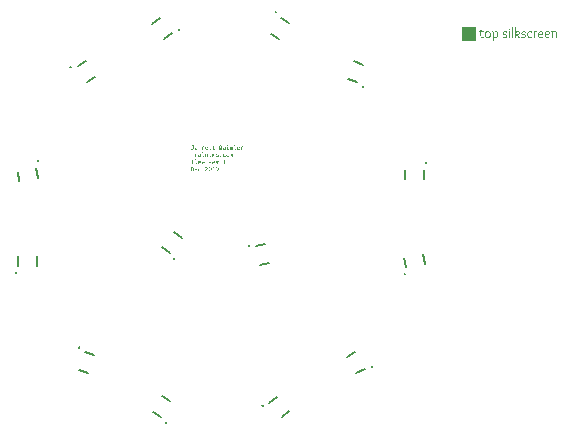
<source format=gto>
G04                                                      *
G04 Greetings!                                           *
G04 This Gerber was generated by PCBmodE, an open source *
G04 PCB design software. Get it here:                    *
G04                                                      *
G04   http://pcbmode.com                                 *
G04                                                      *
G04 Also visit                                           *
G04                                                      *
G04   http://boldport.com                                *
G04                                                      *
G04 and follow @boldport / @pcbmode for updates!         *
G04                                                      *

G04 leading zeros omitted (L); absolute data (A); 6 integer digits and 6 fractional digits *
%FSLAX66Y66*%

G04 mode (MO): millimeters (MM) *
%MOMM*%

G04 Aperture definitions *
%ADD10C,0.001X*%
%ADD11C,0.001X*%
%ADD20C,0.15X*%

%LPD*%
G36*
G01X16460061Y-13257090D02*
G01X16479690Y-13216953D01*
G01X16479690Y-13216953D01*
G01X16510013Y-13234971D01*
G01X16510013Y-13234971D01*
G01X16554104Y-13244492D01*
G01X16554104Y-13244492D01*
G01X16603042Y-13231461D01*
G01X16611380Y-13224131D01*
G01X16611380Y-13224131D01*
G01X16629713Y-13166867D01*
G01X16630276Y-13155137D01*
G01X16630276Y-12950059D01*
G01X16503714Y-12950059D01*
G01X16503714Y-12907871D01*
G01X16679495Y-12907871D01*
G01X16679495Y-13159824D01*
G01X16679495Y-13159824D01*
G01X16673782Y-13209629D01*
G01X16673782Y-13209629D01*
G01X16673782Y-13209629D01*
G01X16654007Y-13250205D01*
G01X16654007Y-13250205D01*
G01X16616214Y-13277305D01*
G01X16616214Y-13277305D01*
G01X16559335Y-13287217D01*
G01X16556448Y-13287266D01*
G01X16556448Y-13287266D01*
G01X16498253Y-13277889D01*
G01X16495950Y-13277012D01*
G01X16495950Y-13277012D01*
G01X16460062Y-13257090D01*
G37*
G36*
G01X16762405Y-13196445D02*
G01X16762405Y-13196445D01*
G01X16772806Y-13156016D01*
G01X16772806Y-13156016D01*
G01X16799759Y-13129356D01*
G01X16799759Y-13129356D01*
G01X16837698Y-13114561D01*
G01X16837698Y-13114561D01*
G01X16880472Y-13110020D01*
G01X16880472Y-13110020D01*
G01X16930212Y-13115003D01*
G01X16938187Y-13116758D01*
G01X16938187Y-13102988D01*
G01X16938187Y-13102988D01*
G01X16935403Y-13078672D01*
G01X16935403Y-13078672D01*
G01X16925149Y-13057285D01*
G01X16925149Y-13057285D01*
G01X16904788Y-13042051D01*
G01X16904788Y-13042051D01*
G01X16871683Y-13036485D01*
G01X16871683Y-13036485D01*
G01X16826565Y-13040000D01*
G01X16826565Y-13040000D01*
G01X16797269Y-13047031D01*
G01X16791116Y-13006309D01*
G01X16791116Y-13006309D01*
G01X16825101Y-12997959D01*
G01X16825101Y-12997959D01*
G01X16875776Y-12994297D01*
G01X16875784Y-12994297D01*
G01X16875784Y-12994297D01*
G01X16925624Y-13001157D01*
G01X16928226Y-13002061D01*
G01X16928226Y-13002061D01*
G01X16962796Y-13023740D01*
G01X16962796Y-13023740D01*
G01X16981399Y-13057432D01*
G01X16981399Y-13057432D01*
G01X16986819Y-13100645D01*
G01X16986819Y-13274668D01*
G01X16986819Y-13274668D01*
G01X16940970Y-13281846D01*
G01X16940970Y-13281846D01*
G01X16884159Y-13286080D01*
G01X16882229Y-13286094D01*
G01X16882229Y-13286094D01*
G01X16837845Y-13282139D01*
G01X16837845Y-13282139D01*
G01X16799466Y-13268223D01*
G01X16799466Y-13268223D01*
G01X16772513Y-13240830D01*
G01X16772513Y-13240830D01*
G01X16762405Y-13196445D01*
G37*
%LPC*%
G36*
G01X16812796Y-13195860D02*
G01X16812796Y-13195860D01*
G01X16831106Y-13233360D01*
G01X16831106Y-13233360D01*
G01X16880462Y-13243906D01*
G01X16880472Y-13243906D01*
G01X16880472Y-13243906D01*
G01X16913724Y-13242735D01*
G01X16913724Y-13242735D01*
G01X16938187Y-13239805D01*
G01X16938187Y-13156895D01*
G01X16938187Y-13156895D01*
G01X16915042Y-13152207D01*
G01X16915042Y-13152207D01*
G01X16886624Y-13150449D01*
G01X16886624Y-13150449D01*
G01X16859671Y-13152500D01*
G01X16859671Y-13152500D01*
G01X16836233Y-13159971D01*
G01X16836233Y-13159971D01*
G01X16819388Y-13174033D01*
G01X16819388Y-13174033D01*
G01X16812796Y-13195860D01*
G37*
%LPD*%
G36*
G01X17091702Y-13279356D02*
G01X17091702Y-13015977D01*
G01X17091702Y-13015977D01*
G01X17140874Y-13002477D01*
G01X17190421Y-12995727D01*
G01X17215335Y-12994883D01*
G01X17215335Y-12994883D01*
G01X17251956Y-12996348D01*
G01X17251956Y-12996348D01*
G01X17290335Y-13002793D01*
G01X17281253Y-13046445D01*
G01X17281253Y-13046445D01*
G01X17247269Y-13039707D01*
G01X17247269Y-13039707D01*
G01X17215335Y-13038242D01*
G01X17215335Y-13038242D01*
G01X17165737Y-13042845D01*
G01X17140921Y-13048496D01*
G01X17140921Y-13279356D01*
G01X17091702Y-13279356D01*
G37*
G36*
G01X17391702Y-13279356D02*
G01X17391702Y-13015977D01*
G01X17391702Y-13015977D01*
G01X17440874Y-13002477D01*
G01X17490421Y-12995727D01*
G01X17515335Y-12994883D01*
G01X17515335Y-12994883D01*
G01X17551956Y-12996348D01*
G01X17551956Y-12996348D01*
G01X17590335Y-13002793D01*
G01X17581253Y-13046445D01*
G01X17581253Y-13046445D01*
G01X17547269Y-13039707D01*
G01X17547269Y-13039707D01*
G01X17515335Y-13038242D01*
G01X17515335Y-13038242D01*
G01X17465737Y-13042845D01*
G01X17440921Y-13048496D01*
G01X17440921Y-13279356D01*
G01X17391702Y-13279356D01*
G37*
G36*
G01X17651565Y-13140781D02*
G01X17651565Y-13140781D01*
G01X17658165Y-13089811D01*
G01X17662991Y-13076035D01*
G01X17662991Y-13076035D01*
G01X17692677Y-13030820D01*
G01X17693020Y-13030479D01*
G01X17693020Y-13030479D01*
G01X17734915Y-13003379D01*
G01X17734915Y-13003379D01*
G01X17734915Y-13003379D01*
G01X17782815Y-12994297D01*
G01X17782815Y-12994297D01*
G01X17834609Y-13003803D01*
G01X17869974Y-13029453D01*
G01X17869974Y-13029453D01*
G01X17895495Y-13089159D01*
G01X17900558Y-13134057D01*
G01X17900589Y-13136094D01*
G01X17900589Y-13153379D01*
G01X17701370Y-13153379D01*
G01X17701370Y-13153379D01*
G01X17716153Y-13203047D01*
G01X17729788Y-13219004D01*
G01X17729788Y-13219004D01*
G01X17788149Y-13240676D01*
G01X17801565Y-13241563D01*
G01X17801565Y-13241563D01*
G01X17846536Y-13237315D01*
G01X17846536Y-13237315D01*
G01X17874808Y-13228379D01*
G01X17881253Y-13270274D01*
G01X17881253Y-13270274D01*
G01X17848880Y-13280527D01*
G01X17848880Y-13280527D01*
G01X17796311Y-13286093D01*
G01X17795999Y-13286094D01*
G01X17795999Y-13286094D01*
G01X17745131Y-13279321D01*
G01X17732718Y-13274961D01*
G01X17732718Y-13274961D01*
G01X17687796Y-13244993D01*
G01X17687454Y-13244639D01*
G01X17687454Y-13244639D01*
G01X17660597Y-13198925D01*
G01X17660501Y-13198643D01*
G01X17660501Y-13198643D01*
G01X17651590Y-13142511D01*
G01X17651565Y-13140781D01*
G37*
%LPC*%
G36*
G01X17702542Y-13113242D02*
G01X17850198Y-13113242D01*
G01X17850198Y-13113242D01*
G01X17837382Y-13064589D01*
G01X17831595Y-13057139D01*
G01X17831595Y-13057139D01*
G01X17782798Y-13036495D01*
G01X17782229Y-13036485D01*
G01X17782229Y-13036485D01*
G01X17750882Y-13043076D01*
G01X17750882Y-13043076D01*
G01X17726565Y-13060361D01*
G01X17726565Y-13060361D01*
G01X17710306Y-13084971D01*
G01X17710306Y-13084971D01*
G01X17702542Y-13113242D01*
G37*
%LPD*%
G36*
G01X17965335Y-13042344D02*
G01X17965335Y-13001035D01*
G01X18024222Y-13001035D01*
G01X18024222Y-12922813D01*
G01X18073440Y-12914610D01*
G01X18073440Y-13001035D01*
G01X18190921Y-13001035D01*
G01X18190921Y-13042344D01*
G01X18073440Y-13042344D01*
G01X18073440Y-13171836D01*
G01X18073440Y-13171836D01*
G01X18076370Y-13206113D01*
G01X18076370Y-13206113D01*
G01X18086185Y-13227354D01*
G01X18086185Y-13227354D01*
G01X18103909Y-13238486D01*
G01X18103909Y-13238486D01*
G01X18130276Y-13241563D01*
G01X18130276Y-13241563D01*
G01X18165140Y-13237901D01*
G01X18165140Y-13237901D01*
G01X18190335Y-13228379D01*
G01X18197659Y-13270274D01*
G01X18197659Y-13270274D01*
G01X18170853Y-13279942D01*
G01X18170853Y-13279942D01*
G01X18125589Y-13286094D01*
G01X18125589Y-13286094D01*
G01X18075818Y-13279203D01*
G01X18074612Y-13278770D01*
G01X18074612Y-13278770D01*
G01X18043558Y-13257090D01*
G01X18043558Y-13257090D01*
G01X18028323Y-13221494D01*
G01X18028323Y-13221494D01*
G01X18024222Y-13171836D01*
G01X18024222Y-13042344D01*
G01X17965335Y-13042344D01*
G37*
G36*
G01X18265335Y-13042344D02*
G01X18265335Y-13001035D01*
G01X18324222Y-13001035D01*
G01X18324222Y-12922813D01*
G01X18373440Y-12914610D01*
G01X18373440Y-13001035D01*
G01X18490921Y-13001035D01*
G01X18490921Y-13042344D01*
G01X18373440Y-13042344D01*
G01X18373440Y-13171836D01*
G01X18373440Y-13171836D01*
G01X18376370Y-13206113D01*
G01X18376370Y-13206113D01*
G01X18386185Y-13227354D01*
G01X18386185Y-13227354D01*
G01X18403909Y-13238486D01*
G01X18403909Y-13238486D01*
G01X18430276Y-13241563D01*
G01X18430276Y-13241563D01*
G01X18465140Y-13237901D01*
G01X18465140Y-13237901D01*
G01X18490335Y-13228379D01*
G01X18497659Y-13270274D01*
G01X18497659Y-13270274D01*
G01X18470853Y-13279942D01*
G01X18470853Y-13279942D01*
G01X18425589Y-13286094D01*
G01X18425589Y-13286094D01*
G01X18375818Y-13279203D01*
G01X18374612Y-13278770D01*
G01X18374612Y-13278770D01*
G01X18343558Y-13257090D01*
G01X18343558Y-13257090D01*
G01X18328323Y-13221494D01*
G01X18328323Y-13221494D01*
G01X18324222Y-13171836D01*
G01X18324222Y-13042344D01*
G01X18265335Y-13042344D01*
G37*
G36*
G01X18860647Y-13279356D02*
G01X18860647Y-12913438D01*
G01X18860647Y-12913438D01*
G01X18881302Y-12909190D01*
G01X18881302Y-12909190D01*
G01X18905179Y-12906406D01*
G01X18905179Y-12906406D01*
G01X18929495Y-12904942D01*
G01X18929495Y-12904942D01*
G01X18951175Y-12904356D01*
G01X18951175Y-12904356D01*
G01X19006926Y-12910860D01*
G01X19048052Y-12930372D01*
G01X19052249Y-12933799D01*
G01X19052249Y-12933799D01*
G01X19082475Y-12990729D01*
G01X19086233Y-13021250D01*
G01X19086233Y-13021250D01*
G01X19074989Y-13070289D01*
G01X19068216Y-13081602D01*
G01X19068216Y-13081602D01*
G01X19023103Y-13120157D01*
G01X19019437Y-13122031D01*
G01X19039651Y-13154844D01*
G01X19062210Y-13193809D01*
G01X19084769Y-13236582D01*
G01X19084769Y-13236582D01*
G01X19105276Y-13279356D01*
G01X19052542Y-13279356D01*
G01X19052542Y-13279356D01*
G01X19031820Y-13233002D01*
G01X19013284Y-13196592D01*
G01X19013284Y-13196592D01*
G01X18978373Y-13140446D01*
G01X18972269Y-13132285D01*
G01X18972269Y-13132285D01*
G01X18961722Y-13132871D01*
G01X18952347Y-13132871D01*
G01X18910452Y-13132871D01*
G01X18910452Y-13279356D01*
G01X18860647Y-13279356D01*
G37*
%LPC*%
G36*
G01X18910452Y-13092149D02*
G01X18942093Y-13092149D01*
G01X18942093Y-13092149D01*
G01X18980911Y-13089219D01*
G01X18980911Y-13089219D01*
G01X19010354Y-13078086D01*
G01X19010354Y-13078086D01*
G01X19029251Y-13055820D01*
G01X19029251Y-13055820D01*
G01X19035843Y-13018906D01*
G01X19035843Y-13018906D01*
G01X19029251Y-12983457D01*
G01X19029251Y-12983457D01*
G01X19011819Y-12961631D01*
G01X19011819Y-12961631D01*
G01X18986331Y-12950205D01*
G01X18986331Y-12950205D01*
G01X18955276Y-12946836D01*
G01X18955276Y-12946836D01*
G01X18928616Y-12947129D01*
G01X18928616Y-12947129D01*
G01X18910452Y-12948887D01*
G01X18910452Y-13092149D01*
G37*
%LPD*%
G36*
G01X19162405Y-13196445D02*
G01X19162405Y-13196445D01*
G01X19172806Y-13156016D01*
G01X19172806Y-13156016D01*
G01X19199759Y-13129356D01*
G01X19199759Y-13129356D01*
G01X19237698Y-13114561D01*
G01X19237698Y-13114561D01*
G01X19280472Y-13110020D01*
G01X19280472Y-13110020D01*
G01X19330212Y-13115003D01*
G01X19338186Y-13116758D01*
G01X19338186Y-13102988D01*
G01X19338186Y-13102988D01*
G01X19335403Y-13078672D01*
G01X19335403Y-13078672D01*
G01X19325149Y-13057285D01*
G01X19325149Y-13057285D01*
G01X19304788Y-13042051D01*
G01X19304788Y-13042051D01*
G01X19271683Y-13036485D01*
G01X19271683Y-13036485D01*
G01X19226565Y-13040000D01*
G01X19226565Y-13040000D01*
G01X19197269Y-13047031D01*
G01X19191116Y-13006309D01*
G01X19191116Y-13006309D01*
G01X19225101Y-12997959D01*
G01X19225101Y-12997959D01*
G01X19275776Y-12994297D01*
G01X19275784Y-12994297D01*
G01X19275784Y-12994297D01*
G01X19325624Y-13001157D01*
G01X19328226Y-13002061D01*
G01X19328226Y-13002061D01*
G01X19362796Y-13023740D01*
G01X19362796Y-13023740D01*
G01X19381399Y-13057432D01*
G01X19381399Y-13057432D01*
G01X19386819Y-13100645D01*
G01X19386819Y-13274668D01*
G01X19386819Y-13274668D01*
G01X19340970Y-13281846D01*
G01X19340970Y-13281846D01*
G01X19284159Y-13286080D01*
G01X19282229Y-13286094D01*
G01X19282229Y-13286094D01*
G01X19237845Y-13282139D01*
G01X19237845Y-13282139D01*
G01X19199466Y-13268223D01*
G01X19199466Y-13268223D01*
G01X19172513Y-13240830D01*
G01X19172513Y-13240830D01*
G01X19162405Y-13196445D01*
G37*
%LPC*%
G36*
G01X19212796Y-13195860D02*
G01X19212796Y-13195860D01*
G01X19231106Y-13233360D01*
G01X19231106Y-13233360D01*
G01X19280462Y-13243906D01*
G01X19280472Y-13243906D01*
G01X19280472Y-13243906D01*
G01X19313724Y-13242735D01*
G01X19313724Y-13242735D01*
G01X19338186Y-13239805D01*
G01X19338186Y-13156895D01*
G01X19338186Y-13156895D01*
G01X19315042Y-13152207D01*
G01X19315042Y-13152207D01*
G01X19286624Y-13150449D01*
G01X19286624Y-13150449D01*
G01X19259671Y-13152500D01*
G01X19259671Y-13152500D01*
G01X19236233Y-13159971D01*
G01X19236233Y-13159971D01*
G01X19219388Y-13174033D01*
G01X19219388Y-13174033D01*
G01X19212796Y-13195860D01*
G37*
%LPD*%
G36*
G01X19460061Y-13042344D02*
G01X19460061Y-13001035D01*
G01X19589554Y-13001035D01*
G01X19589554Y-13171836D01*
G01X19589554Y-13171836D01*
G01X19598202Y-13223201D01*
G01X19600979Y-13227354D01*
G01X19600979Y-13227354D01*
G01X19635257Y-13241563D01*
G01X19635257Y-13241563D01*
G01X19667190Y-13237315D01*
G01X19667190Y-13237315D01*
G01X19690335Y-13228379D01*
G01X19697659Y-13270274D01*
G01X19697659Y-13270274D01*
G01X19687405Y-13274815D01*
G01X19687405Y-13274815D01*
G01X19672024Y-13279942D01*
G01X19672024Y-13279942D01*
G01X19652835Y-13284190D01*
G01X19652835Y-13284190D01*
G01X19630862Y-13286094D01*
G01X19630862Y-13286094D01*
G01X19587063Y-13278770D01*
G01X19587063Y-13278770D01*
G01X19559231Y-13257090D01*
G01X19559231Y-13257090D01*
G01X19544583Y-13221494D01*
G01X19544583Y-13221494D01*
G01X19540335Y-13171836D01*
G01X19540335Y-13042344D01*
G01X19460061Y-13042344D01*
G37*
G36*
G01X19514554Y-12917686D02*
G01X19514554Y-12917686D01*
G01X19525979Y-12888242D01*
G01X19525979Y-12888242D01*
G01X19552933Y-12877403D01*
G01X19552933Y-12877403D01*
G01X19580179Y-12888242D01*
G01X19580179Y-12888242D01*
G01X19591311Y-12917686D01*
G01X19591311Y-12917686D01*
G01X19580179Y-12946983D01*
G01X19580179Y-12946983D01*
G01X19552933Y-12957676D01*
G01X19552933Y-12957676D01*
G01X19525979Y-12946983D01*
G01X19525979Y-12946983D01*
G01X19514554Y-12917686D01*
G37*
G36*
G01X19770022Y-13279356D02*
G01X19770022Y-13008653D01*
G01X19770022Y-13008653D01*
G01X19819492Y-12998982D01*
G01X19823782Y-12998399D01*
G01X19823782Y-12998399D01*
G01X19874026Y-12994883D01*
G01X19874026Y-12994883D01*
G01X19874026Y-12994883D01*
G01X19927059Y-13003612D01*
G01X19958255Y-13023740D01*
G01X19958255Y-13023740D01*
G01X19983459Y-13081943D01*
G01X19986819Y-13116172D01*
G01X19986819Y-13279356D01*
G01X19937601Y-13279356D01*
G01X19937601Y-13125254D01*
G01X19937601Y-13125254D01*
G01X19932767Y-13081455D01*
G01X19932767Y-13081455D01*
G01X19919290Y-13055235D01*
G01X19919290Y-13055235D01*
G01X19898343Y-13042344D01*
G01X19898343Y-13042344D01*
G01X19871683Y-13038828D01*
G01X19871683Y-13038828D01*
G01X19846048Y-13040293D01*
G01X19846048Y-13040293D01*
G01X19819827Y-13044102D01*
G01X19819827Y-13279356D01*
G01X19770022Y-13279356D01*
G37*
G36*
G01X20060061Y-13042344D02*
G01X20060061Y-13001035D01*
G01X20189554Y-13001035D01*
G01X20189554Y-13171836D01*
G01X20189554Y-13171836D01*
G01X20198202Y-13223201D01*
G01X20200979Y-13227354D01*
G01X20200979Y-13227354D01*
G01X20235257Y-13241563D01*
G01X20235257Y-13241563D01*
G01X20267190Y-13237315D01*
G01X20267190Y-13237315D01*
G01X20290335Y-13228379D01*
G01X20297659Y-13270274D01*
G01X20297659Y-13270274D01*
G01X20287405Y-13274815D01*
G01X20287405Y-13274815D01*
G01X20272024Y-13279942D01*
G01X20272024Y-13279942D01*
G01X20252835Y-13284190D01*
G01X20252835Y-13284190D01*
G01X20230862Y-13286094D01*
G01X20230862Y-13286094D01*
G01X20187063Y-13278770D01*
G01X20187063Y-13278770D01*
G01X20159231Y-13257090D01*
G01X20159231Y-13257090D01*
G01X20144583Y-13221494D01*
G01X20144583Y-13221494D01*
G01X20140335Y-13171836D01*
G01X20140335Y-13042344D01*
G01X20060061Y-13042344D01*
G37*
G36*
G01X20114554Y-12917686D02*
G01X20114554Y-12917686D01*
G01X20125979Y-12888242D01*
G01X20125979Y-12888242D01*
G01X20152933Y-12877403D01*
G01X20152933Y-12877403D01*
G01X20180179Y-12888242D01*
G01X20180179Y-12888242D01*
G01X20191311Y-12917686D01*
G01X20191311Y-12917686D01*
G01X20180179Y-12946983D01*
G01X20180179Y-12946983D01*
G01X20152933Y-12957676D01*
G01X20152933Y-12957676D01*
G01X20125979Y-12946983D01*
G01X20125979Y-12946983D01*
G01X20114554Y-12917686D01*
G37*
G36*
G01X20351565Y-13140781D02*
G01X20351565Y-13140781D01*
G01X20358165Y-13089811D01*
G01X20362991Y-13076035D01*
G01X20362991Y-13076035D01*
G01X20392677Y-13030820D01*
G01X20393020Y-13030479D01*
G01X20393020Y-13030479D01*
G01X20434915Y-13003379D01*
G01X20434915Y-13003379D01*
G01X20434915Y-13003379D01*
G01X20482815Y-12994297D01*
G01X20482815Y-12994297D01*
G01X20534609Y-13003803D01*
G01X20569974Y-13029453D01*
G01X20569974Y-13029453D01*
G01X20595495Y-13089159D01*
G01X20600558Y-13134057D01*
G01X20600589Y-13136094D01*
G01X20600589Y-13153379D01*
G01X20401370Y-13153379D01*
G01X20401370Y-13153379D01*
G01X20416153Y-13203047D01*
G01X20429788Y-13219004D01*
G01X20429788Y-13219004D01*
G01X20488149Y-13240676D01*
G01X20501565Y-13241563D01*
G01X20501565Y-13241563D01*
G01X20546536Y-13237315D01*
G01X20546536Y-13237315D01*
G01X20574808Y-13228379D01*
G01X20581253Y-13270274D01*
G01X20581253Y-13270274D01*
G01X20548880Y-13280527D01*
G01X20548880Y-13280527D01*
G01X20496311Y-13286093D01*
G01X20495999Y-13286094D01*
G01X20495999Y-13286094D01*
G01X20445131Y-13279321D01*
G01X20432718Y-13274961D01*
G01X20432718Y-13274961D01*
G01X20387795Y-13244993D01*
G01X20387454Y-13244639D01*
G01X20387454Y-13244639D01*
G01X20360597Y-13198925D01*
G01X20360501Y-13198643D01*
G01X20360501Y-13198643D01*
G01X20351590Y-13142511D01*
G01X20351565Y-13140781D01*
G37*
%LPC*%
G36*
G01X20402542Y-13113242D02*
G01X20550198Y-13113242D01*
G01X20550198Y-13113242D01*
G01X20537382Y-13064589D01*
G01X20531595Y-13057139D01*
G01X20531595Y-13057139D01*
G01X20482798Y-13036495D01*
G01X20482229Y-13036485D01*
G01X20482229Y-13036485D01*
G01X20450882Y-13043076D01*
G01X20450882Y-13043076D01*
G01X20426565Y-13060361D01*
G01X20426565Y-13060361D01*
G01X20410306Y-13084971D01*
G01X20410306Y-13084971D01*
G01X20402542Y-13113242D01*
G37*
%LPD*%
G36*
G01X20691702Y-13279356D02*
G01X20691702Y-13015977D01*
G01X20691702Y-13015977D01*
G01X20740874Y-13002477D01*
G01X20790421Y-12995727D01*
G01X20815335Y-12994883D01*
G01X20815335Y-12994883D01*
G01X20851956Y-12996348D01*
G01X20851956Y-12996348D01*
G01X20890335Y-13002793D01*
G01X20881253Y-13046445D01*
G01X20881253Y-13046445D01*
G01X20847269Y-13039707D01*
G01X20847269Y-13039707D01*
G01X20815335Y-13038242D01*
G01X20815335Y-13038242D01*
G01X20765737Y-13042845D01*
G01X20740921Y-13048496D01*
G01X20740921Y-13279356D01*
G01X20691702Y-13279356D01*
G37*
G36*
G01X16470022Y-13961680D02*
G01X16485257Y-13919492D01*
G01X16485257Y-13919492D01*
G01X16518509Y-13931943D01*
G01X16518509Y-13931943D01*
G01X16553519Y-13937070D01*
G01X16553519Y-13937070D01*
G01X16593069Y-13924766D01*
G01X16593069Y-13924766D01*
G01X16608596Y-13877106D01*
G01X16608597Y-13877012D01*
G01X16608597Y-13642344D01*
G01X16495804Y-13642344D01*
G01X16495804Y-13601035D01*
G01X16657815Y-13601035D01*
G01X16657815Y-13876426D01*
G01X16657815Y-13876426D01*
G01X16649759Y-13925205D01*
G01X16649759Y-13925205D01*
G01X16628226Y-13957871D01*
G01X16628226Y-13957871D01*
G01X16597024Y-13975889D01*
G01X16597024Y-13975889D01*
G01X16559671Y-13981309D01*
G01X16559671Y-13981309D01*
G01X16513675Y-13976621D01*
G01X16513675Y-13976621D01*
G01X16470022Y-13961680D01*
G37*
G36*
G01X16574026Y-13517686D02*
G01X16574026Y-13517686D01*
G01X16585452Y-13488242D01*
G01X16585452Y-13488242D01*
G01X16612405Y-13477402D01*
G01X16612405Y-13477402D01*
G01X16639651Y-13488242D01*
G01X16639651Y-13488242D01*
G01X16650784Y-13517686D01*
G01X16650784Y-13517686D01*
G01X16639651Y-13546983D01*
G01X16639651Y-13546983D01*
G01X16612405Y-13557676D01*
G01X16612405Y-13557676D01*
G01X16585452Y-13546983D01*
G01X16585452Y-13546983D01*
G01X16574026Y-13517686D01*
G37*
G36*
G01X16791702Y-13879356D02*
G01X16791702Y-13615977D01*
G01X16791702Y-13615977D01*
G01X16840874Y-13602477D01*
G01X16890421Y-13595727D01*
G01X16915335Y-13594883D01*
G01X16915335Y-13594883D01*
G01X16951956Y-13596348D01*
G01X16951956Y-13596348D01*
G01X16990335Y-13602793D01*
G01X16981253Y-13646445D01*
G01X16981253Y-13646445D01*
G01X16947269Y-13639707D01*
G01X16947269Y-13639707D01*
G01X16915335Y-13638242D01*
G01X16915335Y-13638242D01*
G01X16865737Y-13642845D01*
G01X16840921Y-13648496D01*
G01X16840921Y-13879356D01*
G01X16791702Y-13879356D01*
G37*
G36*
G01X17062405Y-13796445D02*
G01X17062405Y-13796445D01*
G01X17072806Y-13756016D01*
G01X17072806Y-13756016D01*
G01X17099759Y-13729356D01*
G01X17099759Y-13729356D01*
G01X17137698Y-13714561D01*
G01X17137698Y-13714561D01*
G01X17180472Y-13710020D01*
G01X17180472Y-13710020D01*
G01X17230212Y-13715003D01*
G01X17238186Y-13716758D01*
G01X17238186Y-13702988D01*
G01X17238186Y-13702988D01*
G01X17235403Y-13678672D01*
G01X17235403Y-13678672D01*
G01X17225149Y-13657285D01*
G01X17225149Y-13657285D01*
G01X17204788Y-13642051D01*
G01X17204788Y-13642051D01*
G01X17171683Y-13636484D01*
G01X17171683Y-13636484D01*
G01X17126565Y-13640000D01*
G01X17126565Y-13640000D01*
G01X17097269Y-13647031D01*
G01X17091116Y-13606309D01*
G01X17091116Y-13606309D01*
G01X17125101Y-13597959D01*
G01X17125101Y-13597959D01*
G01X17175776Y-13594297D01*
G01X17175784Y-13594297D01*
G01X17175784Y-13594297D01*
G01X17225624Y-13601157D01*
G01X17228226Y-13602061D01*
G01X17228226Y-13602061D01*
G01X17262796Y-13623740D01*
G01X17262796Y-13623740D01*
G01X17281399Y-13657432D01*
G01X17281399Y-13657432D01*
G01X17286819Y-13700645D01*
G01X17286819Y-13874668D01*
G01X17286819Y-13874668D01*
G01X17240970Y-13881846D01*
G01X17240970Y-13881846D01*
G01X17184159Y-13886080D01*
G01X17182229Y-13886094D01*
G01X17182229Y-13886094D01*
G01X17137845Y-13882139D01*
G01X17137845Y-13882139D01*
G01X17099466Y-13868223D01*
G01X17099466Y-13868223D01*
G01X17072513Y-13840830D01*
G01X17072513Y-13840830D01*
G01X17062405Y-13796445D01*
G37*
%LPC*%
G36*
G01X17112796Y-13795860D02*
G01X17112796Y-13795860D01*
G01X17131106Y-13833360D01*
G01X17131106Y-13833360D01*
G01X17180462Y-13843906D01*
G01X17180472Y-13843906D01*
G01X17180472Y-13843906D01*
G01X17213724Y-13842735D01*
G01X17213724Y-13842735D01*
G01X17238186Y-13839805D01*
G01X17238186Y-13756895D01*
G01X17238186Y-13756895D01*
G01X17215042Y-13752207D01*
G01X17215042Y-13752207D01*
G01X17186624Y-13750449D01*
G01X17186624Y-13750449D01*
G01X17159671Y-13752500D01*
G01X17159671Y-13752500D01*
G01X17136233Y-13759971D01*
G01X17136233Y-13759971D01*
G01X17119388Y-13774033D01*
G01X17119388Y-13774033D01*
G01X17112796Y-13795860D01*
G37*
%LPD*%
G36*
G01X17360062Y-13642344D02*
G01X17360062Y-13601035D01*
G01X17489554Y-13601035D01*
G01X17489554Y-13771836D01*
G01X17489554Y-13771836D01*
G01X17498202Y-13823201D01*
G01X17500979Y-13827354D01*
G01X17500979Y-13827354D01*
G01X17535257Y-13841563D01*
G01X17535257Y-13841563D01*
G01X17567190Y-13837315D01*
G01X17567190Y-13837315D01*
G01X17590335Y-13828379D01*
G01X17597659Y-13870274D01*
G01X17597659Y-13870274D01*
G01X17587405Y-13874815D01*
G01X17587405Y-13874815D01*
G01X17572024Y-13879942D01*
G01X17572024Y-13879942D01*
G01X17552835Y-13884190D01*
G01X17552835Y-13884190D01*
G01X17530862Y-13886094D01*
G01X17530862Y-13886094D01*
G01X17487063Y-13878770D01*
G01X17487063Y-13878770D01*
G01X17459231Y-13857090D01*
G01X17459231Y-13857090D01*
G01X17444583Y-13821494D01*
G01X17444583Y-13821494D01*
G01X17440335Y-13771836D01*
G01X17440335Y-13642344D01*
G01X17360061Y-13642344D01*
G37*
G36*
G01X17414554Y-13517686D02*
G01X17414554Y-13517686D01*
G01X17425979Y-13488242D01*
G01X17425979Y-13488242D01*
G01X17452933Y-13477402D01*
G01X17452933Y-13477402D01*
G01X17480179Y-13488242D01*
G01X17480179Y-13488242D01*
G01X17491311Y-13517686D01*
G01X17491311Y-13517686D01*
G01X17480179Y-13546983D01*
G01X17480179Y-13546983D01*
G01X17452933Y-13557676D01*
G01X17452933Y-13557676D01*
G01X17425979Y-13546983D01*
G01X17425979Y-13546983D01*
G01X17414554Y-13517686D01*
G37*
G36*
G01X17670022Y-13879356D02*
G01X17670022Y-13608652D01*
G01X17670022Y-13608652D01*
G01X17719492Y-13598982D01*
G01X17723782Y-13598399D01*
G01X17723782Y-13598399D01*
G01X17774026Y-13594883D01*
G01X17774026Y-13594883D01*
G01X17774026Y-13594883D01*
G01X17827059Y-13603612D01*
G01X17858255Y-13623740D01*
G01X17858255Y-13623740D01*
G01X17883459Y-13681943D01*
G01X17886819Y-13716172D01*
G01X17886819Y-13879356D01*
G01X17837601Y-13879356D01*
G01X17837601Y-13725254D01*
G01X17837601Y-13725254D01*
G01X17832767Y-13681455D01*
G01X17832767Y-13681455D01*
G01X17819290Y-13655235D01*
G01X17819290Y-13655235D01*
G01X17798343Y-13642344D01*
G01X17798343Y-13642344D01*
G01X17771683Y-13638828D01*
G01X17771683Y-13638828D01*
G01X17746048Y-13640293D01*
G01X17746048Y-13640293D01*
G01X17719827Y-13644102D01*
G01X17719827Y-13879356D01*
G01X17670022Y-13879356D01*
G37*
G36*
G01X17960061Y-13642344D02*
G01X17960061Y-13601035D01*
G01X18089554Y-13601035D01*
G01X18089554Y-13771836D01*
G01X18089554Y-13771836D01*
G01X18098202Y-13823201D01*
G01X18100979Y-13827354D01*
G01X18100979Y-13827354D01*
G01X18135257Y-13841563D01*
G01X18135257Y-13841563D01*
G01X18167190Y-13837315D01*
G01X18167190Y-13837315D01*
G01X18190335Y-13828379D01*
G01X18197659Y-13870274D01*
G01X18197659Y-13870274D01*
G01X18187405Y-13874815D01*
G01X18187405Y-13874815D01*
G01X18172024Y-13879942D01*
G01X18172024Y-13879942D01*
G01X18152835Y-13884190D01*
G01X18152835Y-13884190D01*
G01X18130862Y-13886094D01*
G01X18130862Y-13886094D01*
G01X18087063Y-13878770D01*
G01X18087063Y-13878770D01*
G01X18059231Y-13857090D01*
G01X18059231Y-13857090D01*
G01X18044583Y-13821494D01*
G01X18044583Y-13821494D01*
G01X18040335Y-13771836D01*
G01X18040335Y-13642344D01*
G01X17960061Y-13642344D01*
G37*
G36*
G01X18014554Y-13517686D02*
G01X18014554Y-13517686D01*
G01X18025979Y-13488242D01*
G01X18025979Y-13488242D01*
G01X18052933Y-13477402D01*
G01X18052933Y-13477402D01*
G01X18080179Y-13488242D01*
G01X18080179Y-13488242D01*
G01X18091311Y-13517686D01*
G01X18091311Y-13517686D01*
G01X18080179Y-13546983D01*
G01X18080179Y-13546983D01*
G01X18052933Y-13557676D01*
G01X18052933Y-13557676D01*
G01X18025979Y-13546983D01*
G01X18025979Y-13546983D01*
G01X18014554Y-13517686D01*
G37*
G36*
G01X18252151Y-13879356D02*
G01X18252151Y-13608652D01*
G01X18252151Y-13608652D01*
G01X18301764Y-13595962D01*
G01X18319827Y-13594883D01*
G01X18319827Y-13594883D01*
G01X18352493Y-13600010D01*
G01X18352493Y-13600010D01*
G01X18378714Y-13615977D01*
G01X18378714Y-13615977D01*
G01X18424134Y-13595493D01*
G01X18434085Y-13594883D01*
G01X18434085Y-13594883D01*
G01X18461331Y-13600303D01*
G01X18461331Y-13600303D01*
G01X18484036Y-13616563D01*
G01X18484036Y-13616563D01*
G01X18499856Y-13643516D01*
G01X18499856Y-13643516D01*
G01X18505862Y-13681309D01*
G01X18505862Y-13879356D01*
G01X18461038Y-13879356D01*
G01X18461038Y-13680137D01*
G01X18461038Y-13680137D01*
G01X18451370Y-13647178D01*
G01X18451370Y-13647178D01*
G01X18427347Y-13635899D01*
G01X18427347Y-13635899D01*
G01X18412259Y-13639414D01*
G01X18412259Y-13639414D01*
G01X18398050Y-13650840D01*
G01X18398050Y-13650840D01*
G01X18401565Y-13681309D01*
G01X18401565Y-13771836D01*
G01X18356448Y-13771836D01*
G01X18356448Y-13680723D01*
G01X18356448Y-13680723D01*
G01X18349856Y-13647764D01*
G01X18349856Y-13647764D01*
G01X18324222Y-13635899D01*
G01X18324222Y-13635899D01*
G01X18297269Y-13641172D01*
G01X18297269Y-13879356D01*
G01X18252151Y-13879356D01*
G37*
G36*
G01X18551565Y-13740195D02*
G01X18551565Y-13740195D01*
G01X18557771Y-13690039D01*
G01X18560794Y-13680137D01*
G01X18560794Y-13680137D01*
G01X18586745Y-13634428D01*
G01X18586868Y-13634287D01*
G01X18586868Y-13634287D01*
G01X18626858Y-13604844D01*
G01X18626858Y-13604844D01*
G01X18676924Y-13594297D01*
G01X18676956Y-13594297D01*
G01X18676956Y-13594297D01*
G01X18726051Y-13604017D01*
G01X18727933Y-13604844D01*
G01X18727933Y-13604844D01*
G01X18768216Y-13634287D01*
G01X18768216Y-13634287D01*
G01X18768216Y-13634287D01*
G01X18794221Y-13679939D01*
G01X18794290Y-13680137D01*
G01X18794290Y-13680137D01*
G01X18803465Y-13737207D01*
G01X18803519Y-13740195D01*
G01X18803519Y-13740195D01*
G01X18794999Y-13797749D01*
G01X18794290Y-13799961D01*
G01X18794290Y-13799961D01*
G01X18768339Y-13845668D01*
G01X18768216Y-13845811D01*
G01X18768216Y-13845811D01*
G01X18727933Y-13875547D01*
G01X18727933Y-13875547D01*
G01X18727933Y-13875547D01*
G01X18677086Y-13886093D01*
G01X18676956Y-13886094D01*
G01X18676956Y-13886094D01*
G01X18628250Y-13876170D01*
G01X18626858Y-13875547D01*
G01X18626858Y-13875547D01*
G01X18586868Y-13845811D01*
G01X18586868Y-13845811D01*
G01X18586868Y-13845811D01*
G01X18560863Y-13800157D01*
G01X18560794Y-13799961D01*
G01X18560794Y-13799961D01*
G01X18551611Y-13742871D01*
G01X18551565Y-13740195D01*
G37*
%LPC*%
G36*
G01X18602542Y-13740195D02*
G01X18602542Y-13740195D01*
G01X18611021Y-13792840D01*
G01X18622610Y-13814317D01*
G01X18622610Y-13814317D01*
G01X18673231Y-13841345D01*
G01X18676956Y-13841563D01*
G01X18676956Y-13841563D01*
G01X18722989Y-13824558D01*
G01X18732181Y-13814317D01*
G01X18732181Y-13814317D01*
G01X18751669Y-13754571D01*
G01X18752542Y-13740195D01*
G01X18752542Y-13740195D01*
G01X18744202Y-13687725D01*
G01X18732181Y-13665488D01*
G01X18732181Y-13665488D01*
G01X18681111Y-13638495D01*
G01X18676956Y-13638242D01*
G01X18676956Y-13638242D01*
G01X18631206Y-13655680D01*
G01X18622610Y-13665488D01*
G01X18622610Y-13665488D01*
G01X18603478Y-13724900D01*
G01X18602542Y-13740195D01*
G37*
%LPD*%
G36*
G01X18933597Y-13840977D02*
G01X18933597Y-13840977D01*
G01X18945608Y-13808604D01*
G01X18945608Y-13808604D01*
G01X18978128Y-13794688D01*
G01X18978128Y-13794688D01*
G01X19010061Y-13808457D01*
G01X19010061Y-13808457D01*
G01X19022073Y-13840977D01*
G01X19022073Y-13840977D01*
G01X19010061Y-13872764D01*
G01X19010061Y-13872764D01*
G01X18978128Y-13886680D01*
G01X18978128Y-13886680D01*
G01X18945608Y-13872764D01*
G01X18945608Y-13872764D01*
G01X18933597Y-13840977D01*
G37*
G36*
G01X19156839Y-13740781D02*
G01X19156839Y-13740781D01*
G01X19163595Y-13689777D01*
G01X19168851Y-13675303D01*
G01X19168851Y-13675303D01*
G01X19201231Y-13630384D01*
G01X19201956Y-13629746D01*
G01X19201956Y-13629746D01*
G01X19250081Y-13603350D01*
G01X19250882Y-13603086D01*
G01X19250882Y-13603086D01*
G01X19308056Y-13594340D01*
G01X19310647Y-13594297D01*
G01X19310647Y-13594297D01*
G01X19351077Y-13597080D01*
G01X19351077Y-13597080D01*
G01X19393851Y-13606895D01*
G01X19382425Y-13649668D01*
G01X19382425Y-13649668D01*
G01X19346097Y-13640293D01*
G01X19346097Y-13640293D01*
G01X19312991Y-13638242D01*
G01X19312991Y-13638242D01*
G01X19272122Y-13643955D01*
G01X19272122Y-13643955D01*
G01X19238870Y-13661973D01*
G01X19238870Y-13661973D01*
G01X19216312Y-13693760D01*
G01X19216312Y-13693760D01*
G01X19207815Y-13740781D01*
G01X19207815Y-13740781D01*
G01X19215726Y-13786045D01*
G01X19215726Y-13786045D01*
G01X19237698Y-13817246D01*
G01X19237698Y-13817246D01*
G01X19271536Y-13835557D01*
G01X19271536Y-13835557D01*
G01X19315335Y-13841563D01*
G01X19315335Y-13841563D01*
G01X19352249Y-13839512D01*
G01X19352249Y-13839512D01*
G01X19390921Y-13830137D01*
G01X19398245Y-13871445D01*
G01X19398245Y-13871445D01*
G01X19355618Y-13882725D01*
G01X19355618Y-13882725D01*
G01X19308597Y-13886094D01*
G01X19308597Y-13886094D01*
G01X19258440Y-13880094D01*
G01X19247073Y-13876719D01*
G01X19247073Y-13876719D01*
G01X19199652Y-13849745D01*
G01X19199173Y-13849326D01*
G01X19199173Y-13849326D01*
G01X19168241Y-13804698D01*
G01X19167972Y-13804063D01*
G01X19167972Y-13804063D01*
G01X19156957Y-13745536D01*
G01X19156839Y-13740781D01*
G37*
G36*
G01X19451565Y-13740195D02*
G01X19451565Y-13740195D01*
G01X19457771Y-13690039D01*
G01X19460794Y-13680137D01*
G01X19460794Y-13680137D01*
G01X19486745Y-13634428D01*
G01X19486868Y-13634287D01*
G01X19486868Y-13634287D01*
G01X19526858Y-13604844D01*
G01X19526858Y-13604844D01*
G01X19576924Y-13594297D01*
G01X19576956Y-13594297D01*
G01X19576956Y-13594297D01*
G01X19626051Y-13604017D01*
G01X19627933Y-13604844D01*
G01X19627933Y-13604844D01*
G01X19668216Y-13634287D01*
G01X19668216Y-13634287D01*
G01X19668216Y-13634287D01*
G01X19694221Y-13679939D01*
G01X19694290Y-13680137D01*
G01X19694290Y-13680137D01*
G01X19703465Y-13737207D01*
G01X19703519Y-13740195D01*
G01X19703519Y-13740195D01*
G01X19694999Y-13797749D01*
G01X19694290Y-13799961D01*
G01X19694290Y-13799961D01*
G01X19668339Y-13845668D01*
G01X19668216Y-13845811D01*
G01X19668216Y-13845811D01*
G01X19627933Y-13875547D01*
G01X19627933Y-13875547D01*
G01X19627933Y-13875547D01*
G01X19577086Y-13886093D01*
G01X19576956Y-13886094D01*
G01X19576956Y-13886094D01*
G01X19528250Y-13876170D01*
G01X19526858Y-13875547D01*
G01X19526858Y-13875547D01*
G01X19486868Y-13845811D01*
G01X19486868Y-13845811D01*
G01X19486868Y-13845811D01*
G01X19460863Y-13800157D01*
G01X19460794Y-13799961D01*
G01X19460794Y-13799961D01*
G01X19451611Y-13742871D01*
G01X19451565Y-13740195D01*
G37*
%LPC*%
G36*
G01X19502542Y-13740195D02*
G01X19502542Y-13740195D01*
G01X19511021Y-13792840D01*
G01X19522610Y-13814317D01*
G01X19522610Y-13814317D01*
G01X19573231Y-13841345D01*
G01X19576956Y-13841563D01*
G01X19576956Y-13841563D01*
G01X19622989Y-13824558D01*
G01X19632181Y-13814317D01*
G01X19632181Y-13814317D01*
G01X19651669Y-13754571D01*
G01X19652542Y-13740195D01*
G01X19652542Y-13740195D01*
G01X19644202Y-13687725D01*
G01X19632181Y-13665488D01*
G01X19632181Y-13665488D01*
G01X19581111Y-13638495D01*
G01X19576956Y-13638242D01*
G01X19576956Y-13638242D01*
G01X19531206Y-13655680D01*
G01X19522610Y-13665488D01*
G01X19522610Y-13665488D01*
G01X19503478Y-13724900D01*
G01X19502542Y-13740195D01*
G37*
%LPD*%
G36*
G01X19752151Y-13879356D02*
G01X19752151Y-13608652D01*
G01X19752151Y-13608652D01*
G01X19801764Y-13595962D01*
G01X19819827Y-13594883D01*
G01X19819827Y-13594883D01*
G01X19852493Y-13600010D01*
G01X19852493Y-13600010D01*
G01X19878714Y-13615977D01*
G01X19878714Y-13615977D01*
G01X19924134Y-13595493D01*
G01X19934085Y-13594883D01*
G01X19934085Y-13594883D01*
G01X19961331Y-13600303D01*
G01X19961331Y-13600303D01*
G01X19984036Y-13616563D01*
G01X19984036Y-13616563D01*
G01X19999856Y-13643516D01*
G01X19999856Y-13643516D01*
G01X20005862Y-13681309D01*
G01X20005862Y-13879356D01*
G01X19961038Y-13879356D01*
G01X19961038Y-13680137D01*
G01X19961038Y-13680137D01*
G01X19951370Y-13647178D01*
G01X19951370Y-13647178D01*
G01X19927347Y-13635899D01*
G01X19927347Y-13635899D01*
G01X19912259Y-13639414D01*
G01X19912259Y-13639414D01*
G01X19898050Y-13650840D01*
G01X19898050Y-13650840D01*
G01X19901565Y-13681309D01*
G01X19901565Y-13771836D01*
G01X19856448Y-13771836D01*
G01X19856448Y-13680723D01*
G01X19856448Y-13680723D01*
G01X19849856Y-13647764D01*
G01X19849856Y-13647764D01*
G01X19824222Y-13635899D01*
G01X19824222Y-13635899D01*
G01X19797269Y-13641172D01*
G01X19797269Y-13879356D01*
G01X19752151Y-13879356D01*
G37*
G36*
G01X16450979Y-14150059D02*
G01X16450979Y-14107871D01*
G01X16704104Y-14107871D01*
G01X16704104Y-14150059D01*
G01X16602151Y-14150059D01*
G01X16602151Y-14479356D01*
G01X16552933Y-14479356D01*
G01X16552933Y-14150059D01*
G01X16450979Y-14150059D01*
G37*
G36*
G01X16760061Y-14242344D02*
G01X16760061Y-14201035D01*
G01X16889554Y-14201035D01*
G01X16889554Y-14371836D01*
G01X16889554Y-14371836D01*
G01X16898202Y-14423201D01*
G01X16900979Y-14427354D01*
G01X16900979Y-14427354D01*
G01X16935257Y-14441563D01*
G01X16935257Y-14441563D01*
G01X16967190Y-14437315D01*
G01X16967190Y-14437315D01*
G01X16990335Y-14428379D01*
G01X16997659Y-14470274D01*
G01X16997659Y-14470274D01*
G01X16987405Y-14474815D01*
G01X16987405Y-14474815D01*
G01X16972024Y-14479942D01*
G01X16972024Y-14479942D01*
G01X16952835Y-14484190D01*
G01X16952835Y-14484190D01*
G01X16930862Y-14486094D01*
G01X16930862Y-14486094D01*
G01X16887063Y-14478770D01*
G01X16887063Y-14478770D01*
G01X16859231Y-14457090D01*
G01X16859231Y-14457090D01*
G01X16844583Y-14421494D01*
G01X16844583Y-14421494D01*
G01X16840335Y-14371836D01*
G01X16840335Y-14242344D01*
G01X16760061Y-14242344D01*
G37*
G36*
G01X16814554Y-14117686D02*
G01X16814554Y-14117686D01*
G01X16825979Y-14088242D01*
G01X16825979Y-14088242D01*
G01X16852933Y-14077402D01*
G01X16852933Y-14077402D01*
G01X16880179Y-14088242D01*
G01X16880179Y-14088242D01*
G01X16891311Y-14117686D01*
G01X16891311Y-14117686D01*
G01X16880179Y-14146983D01*
G01X16880179Y-14146983D01*
G01X16852933Y-14157676D01*
G01X16852933Y-14157676D01*
G01X16825979Y-14146983D01*
G01X16825979Y-14146983D01*
G01X16814554Y-14117686D01*
G37*
G36*
G01X17052151Y-14479356D02*
G01X17052151Y-14208652D01*
G01X17052151Y-14208652D01*
G01X17101764Y-14195962D01*
G01X17119827Y-14194883D01*
G01X17119827Y-14194883D01*
G01X17152493Y-14200010D01*
G01X17152493Y-14200010D01*
G01X17178714Y-14215977D01*
G01X17178714Y-14215977D01*
G01X17224134Y-14195493D01*
G01X17234085Y-14194883D01*
G01X17234085Y-14194883D01*
G01X17261331Y-14200303D01*
G01X17261331Y-14200303D01*
G01X17284036Y-14216563D01*
G01X17284036Y-14216563D01*
G01X17299856Y-14243516D01*
G01X17299856Y-14243516D01*
G01X17305862Y-14281309D01*
G01X17305862Y-14479356D01*
G01X17261038Y-14479356D01*
G01X17261038Y-14280137D01*
G01X17261038Y-14280137D01*
G01X17251370Y-14247178D01*
G01X17251370Y-14247178D01*
G01X17227347Y-14235899D01*
G01X17227347Y-14235899D01*
G01X17212259Y-14239414D01*
G01X17212259Y-14239414D01*
G01X17198050Y-14250840D01*
G01X17198050Y-14250840D01*
G01X17201565Y-14281309D01*
G01X17201565Y-14371836D01*
G01X17156448Y-14371836D01*
G01X17156448Y-14280723D01*
G01X17156448Y-14280723D01*
G01X17149856Y-14247764D01*
G01X17149856Y-14247764D01*
G01X17124222Y-14235899D01*
G01X17124222Y-14235899D01*
G01X17097269Y-14241172D01*
G01X17097269Y-14479356D01*
G01X17052151Y-14479356D01*
G37*
G36*
G01X17351565Y-14340781D02*
G01X17351565Y-14340781D01*
G01X17358165Y-14289811D01*
G01X17362991Y-14276035D01*
G01X17362991Y-14276035D01*
G01X17392677Y-14230820D01*
G01X17393020Y-14230479D01*
G01X17393020Y-14230479D01*
G01X17434915Y-14203379D01*
G01X17434915Y-14203379D01*
G01X17434915Y-14203379D01*
G01X17482815Y-14194297D01*
G01X17482815Y-14194297D01*
G01X17534609Y-14203803D01*
G01X17569974Y-14229453D01*
G01X17569974Y-14229453D01*
G01X17595495Y-14289159D01*
G01X17600558Y-14334057D01*
G01X17600589Y-14336094D01*
G01X17600589Y-14353379D01*
G01X17401370Y-14353379D01*
G01X17401370Y-14353379D01*
G01X17416153Y-14403047D01*
G01X17429788Y-14419004D01*
G01X17429788Y-14419004D01*
G01X17488149Y-14440676D01*
G01X17501565Y-14441563D01*
G01X17501565Y-14441563D01*
G01X17546536Y-14437315D01*
G01X17546536Y-14437315D01*
G01X17574808Y-14428379D01*
G01X17581253Y-14470274D01*
G01X17581253Y-14470274D01*
G01X17548880Y-14480527D01*
G01X17548880Y-14480527D01*
G01X17496311Y-14486093D01*
G01X17495999Y-14486094D01*
G01X17495999Y-14486094D01*
G01X17445131Y-14479321D01*
G01X17432718Y-14474961D01*
G01X17432718Y-14474961D01*
G01X17387795Y-14444993D01*
G01X17387454Y-14444639D01*
G01X17387454Y-14444639D01*
G01X17360597Y-14398925D01*
G01X17360501Y-14398643D01*
G01X17360501Y-14398643D01*
G01X17351590Y-14342511D01*
G01X17351565Y-14340781D01*
G37*
%LPC*%
G36*
G01X17402542Y-14313242D02*
G01X17550198Y-14313242D01*
G01X17550198Y-14313242D01*
G01X17537382Y-14264589D01*
G01X17531595Y-14257139D01*
G01X17531595Y-14257139D01*
G01X17482798Y-14236495D01*
G01X17482229Y-14236485D01*
G01X17482229Y-14236485D01*
G01X17450882Y-14243076D01*
G01X17450882Y-14243076D01*
G01X17426565Y-14260361D01*
G01X17426565Y-14260361D01*
G01X17410306Y-14284971D01*
G01X17410306Y-14284971D01*
G01X17402542Y-14313242D01*
G37*
%LPD*%
G36*
G01X17960647Y-14479356D02*
G01X17960647Y-14113438D01*
G01X17960647Y-14113438D01*
G01X17981302Y-14109190D01*
G01X17981302Y-14109190D01*
G01X18005179Y-14106406D01*
G01X18005179Y-14106406D01*
G01X18029495Y-14104942D01*
G01X18029495Y-14104942D01*
G01X18051175Y-14104356D01*
G01X18051175Y-14104356D01*
G01X18106926Y-14110860D01*
G01X18148052Y-14130372D01*
G01X18152249Y-14133799D01*
G01X18152249Y-14133799D01*
G01X18182475Y-14190729D01*
G01X18186233Y-14221250D01*
G01X18186233Y-14221250D01*
G01X18174989Y-14270289D01*
G01X18168216Y-14281602D01*
G01X18168216Y-14281602D01*
G01X18123103Y-14320157D01*
G01X18119436Y-14322031D01*
G01X18139651Y-14354844D01*
G01X18162210Y-14393809D01*
G01X18184769Y-14436582D01*
G01X18184769Y-14436582D01*
G01X18205276Y-14479356D01*
G01X18152542Y-14479356D01*
G01X18152542Y-14479356D01*
G01X18131820Y-14433002D01*
G01X18113284Y-14396592D01*
G01X18113284Y-14396592D01*
G01X18078373Y-14340446D01*
G01X18072269Y-14332285D01*
G01X18072269Y-14332285D01*
G01X18061722Y-14332871D01*
G01X18052347Y-14332871D01*
G01X18010452Y-14332871D01*
G01X18010452Y-14479356D01*
G01X17960647Y-14479356D01*
G37*
%LPC*%
G36*
G01X18010452Y-14292149D02*
G01X18042093Y-14292149D01*
G01X18042093Y-14292149D01*
G01X18080911Y-14289219D01*
G01X18080911Y-14289219D01*
G01X18110354Y-14278086D01*
G01X18110354Y-14278086D01*
G01X18129251Y-14255820D01*
G01X18129251Y-14255820D01*
G01X18135843Y-14218906D01*
G01X18135843Y-14218906D01*
G01X18129251Y-14183457D01*
G01X18129251Y-14183457D01*
G01X18111819Y-14161631D01*
G01X18111819Y-14161631D01*
G01X18086331Y-14150205D01*
G01X18086331Y-14150205D01*
G01X18055276Y-14146836D01*
G01X18055276Y-14146836D01*
G01X18028616Y-14147129D01*
G01X18028616Y-14147129D01*
G01X18010452Y-14148887D01*
G01X18010452Y-14292149D01*
G37*
%LPD*%
G36*
G01X18251565Y-14340781D02*
G01X18251565Y-14340781D01*
G01X18258165Y-14289811D01*
G01X18262991Y-14276035D01*
G01X18262991Y-14276035D01*
G01X18292676Y-14230820D01*
G01X18293020Y-14230479D01*
G01X18293020Y-14230479D01*
G01X18334915Y-14203379D01*
G01X18334915Y-14203379D01*
G01X18334915Y-14203379D01*
G01X18382815Y-14194297D01*
G01X18382815Y-14194297D01*
G01X18434609Y-14203803D01*
G01X18469974Y-14229453D01*
G01X18469974Y-14229453D01*
G01X18495495Y-14289159D01*
G01X18500558Y-14334057D01*
G01X18500589Y-14336094D01*
G01X18500589Y-14353379D01*
G01X18301370Y-14353379D01*
G01X18301370Y-14353379D01*
G01X18316153Y-14403047D01*
G01X18329788Y-14419004D01*
G01X18329788Y-14419004D01*
G01X18388149Y-14440676D01*
G01X18401565Y-14441563D01*
G01X18401565Y-14441563D01*
G01X18446536Y-14437315D01*
G01X18446536Y-14437315D01*
G01X18474808Y-14428379D01*
G01X18481253Y-14470274D01*
G01X18481253Y-14470274D01*
G01X18448880Y-14480527D01*
G01X18448880Y-14480527D01*
G01X18396311Y-14486093D01*
G01X18395999Y-14486094D01*
G01X18395999Y-14486094D01*
G01X18345131Y-14479321D01*
G01X18332718Y-14474961D01*
G01X18332718Y-14474961D01*
G01X18287795Y-14444993D01*
G01X18287454Y-14444639D01*
G01X18287454Y-14444639D01*
G01X18260597Y-14398925D01*
G01X18260501Y-14398643D01*
G01X18260501Y-14398643D01*
G01X18251590Y-14342511D01*
G01X18251565Y-14340781D01*
G37*
%LPC*%
G36*
G01X18302542Y-14313242D02*
G01X18450198Y-14313242D01*
G01X18450198Y-14313242D01*
G01X18437382Y-14264589D01*
G01X18431595Y-14257139D01*
G01X18431595Y-14257139D01*
G01X18382798Y-14236495D01*
G01X18382229Y-14236485D01*
G01X18382229Y-14236485D01*
G01X18350882Y-14243076D01*
G01X18350882Y-14243076D01*
G01X18326565Y-14260361D01*
G01X18326565Y-14260361D01*
G01X18310306Y-14284971D01*
G01X18310306Y-14284971D01*
G01X18302542Y-14313242D01*
G37*
%LPD*%
G36*
G01X18545413Y-14201035D02*
G01X18599612Y-14201035D01*
G01X18599612Y-14201035D01*
G01X18613687Y-14249132D01*
G01X18616018Y-14256699D01*
G01X18635647Y-14315586D01*
G01X18656302Y-14372276D01*
G01X18656302Y-14372276D01*
G01X18685164Y-14452296D01*
G01X18678351Y-14425780D01*
G01X18676956Y-14421055D01*
G01X18676956Y-14421055D01*
G01X18697010Y-14375379D01*
G01X18698343Y-14372129D01*
G01X18698343Y-14372129D01*
G01X18719157Y-14317972D01*
G01X18720022Y-14315586D01*
G01X18740823Y-14256699D01*
G01X18740823Y-14256699D01*
G01X18755789Y-14208476D01*
G01X18757815Y-14201035D01*
G01X18809671Y-14201035D01*
G01X18809671Y-14201035D01*
G01X18794850Y-14249550D01*
G01X18785061Y-14277500D01*
G01X18756644Y-14350742D01*
G01X18756644Y-14350742D01*
G01X18736849Y-14397726D01*
G01X18727347Y-14418711D01*
G01X18698636Y-14479356D01*
G01X18653519Y-14479356D01*
G01X18653519Y-14479356D01*
G01X18633174Y-14436651D01*
G01X18612639Y-14389960D01*
G01X18596536Y-14350889D01*
G01X18596536Y-14350889D01*
G01X18571372Y-14282747D01*
G01X18553339Y-14227418D01*
G01X18545519Y-14201404D01*
G01X18545413Y-14201035D01*
G37*
G36*
G01X19172659Y-14184629D02*
G01X19172659Y-14184629D01*
G01X19218041Y-14162818D01*
G01X19231985Y-14154453D01*
G01X19231985Y-14154453D01*
G01X19279740Y-14114098D01*
G01X19285452Y-14107871D01*
G01X19320022Y-14107871D01*
G01X19320022Y-14437461D01*
G01X19390335Y-14437461D01*
G01X19390335Y-14479356D01*
G01X19190530Y-14479356D01*
G01X19190530Y-14437461D01*
G01X19270804Y-14437461D01*
G01X19270804Y-14177012D01*
G01X19270804Y-14177012D01*
G01X19254837Y-14189170D01*
G01X19254837Y-14189170D01*
G01X19234622Y-14201475D01*
G01X19234622Y-14201475D01*
G01X19211624Y-14212901D01*
G01X19211624Y-14212901D01*
G01X19188186Y-14221836D01*
G37*
G36*
G01X16460061Y-15073496D02*
G01X16460061Y-14713438D01*
G01X16460061Y-14713438D01*
G01X16510441Y-14705345D01*
G01X16535061Y-14704356D01*
G01X16535061Y-14704356D01*
G01X16585506Y-14709971D01*
G01X16601858Y-14714610D01*
G01X16601858Y-14714610D01*
G01X16652586Y-14745125D01*
G01X16655179Y-14747568D01*
G01X16655179Y-14747568D01*
G01X16687872Y-14799399D01*
G01X16690628Y-14806309D01*
G01X16690628Y-14806309D01*
G01X16702494Y-14870285D01*
G01X16703518Y-14893320D01*
G01X16703518Y-14893320D01*
G01X16699330Y-14947057D01*
G01X16690628Y-14980918D01*
G01X16690628Y-14980918D01*
G01X16659478Y-15034757D01*
G01X16655179Y-15039512D01*
G01X16655179Y-15039512D01*
G01X16605107Y-15070946D01*
G01X16601712Y-15072178D01*
G01X16601712Y-15072178D01*
G01X16541597Y-15082108D01*
G01X16535061Y-15082285D01*
G01X16535061Y-15082285D01*
G01X16484941Y-15078469D01*
G01X16460061Y-15073496D01*
G37*
%LPC*%
G36*
G01X16509280Y-15038047D02*
G01X16509280Y-15038047D01*
G01X16539749Y-15039805D01*
G01X16539749Y-15039805D01*
G01X16587649Y-15031748D01*
G01X16587649Y-15031748D01*
G01X16623099Y-15005967D01*
G01X16623099Y-15005967D01*
G01X16645355Y-14960297D01*
G01X16645364Y-14960264D01*
G01X16645364Y-14960264D01*
G01X16653007Y-14899846D01*
G01X16653128Y-14893320D01*
G01X16653128Y-14893320D01*
G01X16647738Y-14835738D01*
G01X16631568Y-14792998D01*
G01X16623977Y-14782285D01*
G01X16623977Y-14782285D01*
G01X16566881Y-14750517D01*
G01X16537991Y-14746836D01*
G01X16537991Y-14746836D01*
G01X16522610Y-14747129D01*
G01X16522610Y-14747129D01*
G01X16509280Y-14748887D01*
G01X16509280Y-15038047D01*
G37*
%LPD*%
G36*
G01X16751565Y-14940781D02*
G01X16751565Y-14940781D01*
G01X16758165Y-14889811D01*
G01X16762991Y-14876035D01*
G01X16762991Y-14876035D01*
G01X16792676Y-14830820D01*
G01X16793020Y-14830479D01*
G01X16793020Y-14830479D01*
G01X16834915Y-14803379D01*
G01X16834915Y-14803379D01*
G01X16834915Y-14803379D01*
G01X16882815Y-14794297D01*
G01X16882815Y-14794297D01*
G01X16934609Y-14803803D01*
G01X16969974Y-14829453D01*
G01X16969974Y-14829453D01*
G01X16995495Y-14889159D01*
G01X17000558Y-14934057D01*
G01X17000589Y-14936094D01*
G01X17000589Y-14953379D01*
G01X16801370Y-14953379D01*
G01X16801370Y-14953379D01*
G01X16816153Y-15003047D01*
G01X16829788Y-15019004D01*
G01X16829788Y-15019004D01*
G01X16888149Y-15040676D01*
G01X16901565Y-15041563D01*
G01X16901565Y-15041563D01*
G01X16946536Y-15037315D01*
G01X16946536Y-15037315D01*
G01X16974808Y-15028379D01*
G01X16981253Y-15070274D01*
G01X16981253Y-15070274D01*
G01X16948880Y-15080527D01*
G01X16948880Y-15080527D01*
G01X16896311Y-15086093D01*
G01X16895999Y-15086094D01*
G01X16895999Y-15086094D01*
G01X16845131Y-15079321D01*
G01X16832718Y-15074961D01*
G01X16832718Y-15074961D01*
G01X16787795Y-15044993D01*
G01X16787454Y-15044639D01*
G01X16787454Y-15044639D01*
G01X16760597Y-14998925D01*
G01X16760501Y-14998643D01*
G01X16760501Y-14998643D01*
G01X16751590Y-14942511D01*
G01X16751565Y-14940781D01*
G37*
%LPC*%
G36*
G01X16802542Y-14913242D02*
G01X16950198Y-14913242D01*
G01X16950198Y-14913242D01*
G01X16937382Y-14864589D01*
G01X16931595Y-14857139D01*
G01X16931595Y-14857139D01*
G01X16882798Y-14836495D01*
G01X16882229Y-14836485D01*
G01X16882229Y-14836485D01*
G01X16850882Y-14843076D01*
G01X16850882Y-14843076D01*
G01X16826565Y-14860361D01*
G01X16826565Y-14860361D01*
G01X16810306Y-14884971D01*
G01X16810306Y-14884971D01*
G01X16802542Y-14913242D01*
G37*
%LPD*%
G36*
G01X17056839Y-14940781D02*
G01X17056839Y-14940781D01*
G01X17063595Y-14889777D01*
G01X17068851Y-14875303D01*
G01X17068851Y-14875303D01*
G01X17101230Y-14830384D01*
G01X17101956Y-14829746D01*
G01X17101956Y-14829746D01*
G01X17150081Y-14803350D01*
G01X17150882Y-14803086D01*
G01X17150882Y-14803086D01*
G01X17208056Y-14794340D01*
G01X17210647Y-14794297D01*
G01X17210647Y-14794297D01*
G01X17251077Y-14797080D01*
G01X17251077Y-14797080D01*
G01X17293851Y-14806895D01*
G01X17282425Y-14849668D01*
G01X17282425Y-14849668D01*
G01X17246097Y-14840293D01*
G01X17246097Y-14840293D01*
G01X17212991Y-14838242D01*
G01X17212991Y-14838242D01*
G01X17172122Y-14843955D01*
G01X17172122Y-14843955D01*
G01X17138870Y-14861973D01*
G01X17138870Y-14861973D01*
G01X17116311Y-14893760D01*
G01X17116311Y-14893760D01*
G01X17107815Y-14940781D01*
G01X17107815Y-14940781D01*
G01X17115726Y-14986045D01*
G01X17115726Y-14986045D01*
G01X17137698Y-15017246D01*
G01X17137698Y-15017246D01*
G01X17171536Y-15035557D01*
G01X17171536Y-15035557D01*
G01X17215335Y-15041563D01*
G01X17215335Y-15041563D01*
G01X17252249Y-15039512D01*
G01X17252249Y-15039512D01*
G01X17290921Y-15030137D01*
G01X17298245Y-15071445D01*
G01X17298245Y-15071445D01*
G01X17255618Y-15082725D01*
G01X17255618Y-15082725D01*
G01X17208597Y-15086094D01*
G01X17208597Y-15086094D01*
G01X17158440Y-15080094D01*
G01X17147073Y-15076719D01*
G01X17147073Y-15076719D01*
G01X17099652Y-15049745D01*
G01X17099173Y-15049326D01*
G01X17099173Y-15049326D01*
G01X17068241Y-15004698D01*
G01X17067972Y-15004063D01*
G01X17067972Y-15004063D01*
G01X17056957Y-14945536D01*
G01X17056839Y-14940781D01*
G37*
G36*
G01X17661819Y-14743906D02*
G01X17661819Y-14743906D01*
G01X17676175Y-14730723D01*
G01X17676175Y-14730723D01*
G01X17699319Y-14715928D01*
G01X17699319Y-14715928D01*
G01X17729642Y-14704356D01*
G01X17729642Y-14704356D01*
G01X17765530Y-14699668D01*
G01X17765530Y-14699668D01*
G01X17820444Y-14707733D01*
G01X17851663Y-14726328D01*
G01X17851663Y-14726328D01*
G01X17877844Y-14784394D01*
G01X17879495Y-14802793D01*
G01X17879495Y-14802793D01*
G01X17872024Y-14840000D01*
G01X17872024Y-14840000D01*
G01X17852249Y-14875303D01*
G01X17852249Y-14875303D01*
G01X17824417Y-14909434D01*
G01X17792483Y-14942539D01*
G01X17771683Y-14964219D01*
G01X17771683Y-14964219D01*
G01X17748831Y-14990000D01*
G01X17748831Y-14990000D01*
G01X17730813Y-15015781D01*
G01X17730813Y-15015781D01*
G01X17723636Y-15037461D01*
G01X17894436Y-15037461D01*
G01X17894436Y-15079356D01*
G01X17669436Y-15079356D01*
G01X17669436Y-15079356D01*
G01X17668851Y-15072910D01*
G01X17668851Y-15066758D01*
G01X17668851Y-15066758D01*
G01X17677347Y-15020029D01*
G01X17677347Y-15020029D01*
G01X17699026Y-14979160D01*
G01X17699026Y-14979160D01*
G01X17728616Y-14942832D01*
G01X17761429Y-14909434D01*
G01X17786917Y-14883652D01*
G01X17786917Y-14883652D01*
G01X17808450Y-14858457D01*
G01X17808450Y-14858457D01*
G01X17823392Y-14832383D01*
G01X17823392Y-14832383D01*
G01X17829104Y-14804551D01*
G01X17829104Y-14804551D01*
G01X17823977Y-14777012D01*
G01X17823977Y-14777012D01*
G01X17810208Y-14758115D01*
G01X17810208Y-14758115D01*
G01X17790140Y-14746983D01*
G01X17790140Y-14746983D01*
G01X17765530Y-14743320D01*
G01X17765530Y-14743320D01*
G01X17737112Y-14747569D01*
G01X17737112Y-14747569D01*
G01X17714261Y-14757822D01*
G01X17714261Y-14757822D01*
G01X17697122Y-14769541D01*
G01X17697122Y-14769541D01*
G01X17686429Y-14778770D01*
G37*
G36*
G01X17955081Y-14893467D02*
G01X17955081Y-14893467D01*
G01X17958789Y-14834846D01*
G01X17969915Y-14786283D01*
G01X17987161Y-14749766D01*
G01X17987161Y-14749766D01*
G01X18040995Y-14707127D01*
G01X18076931Y-14699679D01*
G01X18077542Y-14699668D01*
G01X18077542Y-14699668D01*
G01X18126909Y-14710735D01*
G01X18164304Y-14743934D01*
G01X18168216Y-14749766D01*
G01X18168216Y-14749766D01*
G01X18190864Y-14810564D01*
G01X18198961Y-14869205D01*
G01X18200003Y-14893467D01*
G01X18200003Y-14893467D01*
G01X18191478Y-14973596D01*
G01X18175898Y-15021994D01*
G01X18168216Y-15037168D01*
G01X18168216Y-15037168D01*
G01X18114364Y-15079807D01*
G01X18078159Y-15087255D01*
G01X18077542Y-15087266D01*
G01X18077542Y-15087266D01*
G01X18028531Y-15076199D01*
G01X17991105Y-15043000D01*
G01X17987161Y-15037168D01*
G01X17987161Y-15037168D01*
G01X17964304Y-14976370D01*
G01X17956132Y-14917729D01*
G01X17955081Y-14893467D01*
G37*
%LPC*%
G36*
G01X18005472Y-14893467D02*
G01X18005472Y-14893467D01*
G01X18008243Y-14944187D01*
G01X18009134Y-14951328D01*
G01X18009134Y-14951328D01*
G01X18021145Y-14998936D01*
G01X18021145Y-14998936D01*
G01X18043265Y-15031309D01*
G01X18043265Y-15031309D01*
G01X18077542Y-15043320D01*
G01X18077542Y-15043320D01*
G01X18111819Y-15031309D01*
G01X18111819Y-15031309D01*
G01X18133938Y-14998936D01*
G01X18133938Y-14998936D01*
G01X18145950Y-14951328D01*
G01X18145950Y-14951328D01*
G01X18149604Y-14894944D01*
G01X18149612Y-14893467D01*
G01X18149612Y-14893467D01*
G01X18146145Y-14837004D01*
G01X18145950Y-14835459D01*
G01X18145950Y-14835459D01*
G01X18133938Y-14787705D01*
G01X18133938Y-14787705D01*
G01X18111819Y-14755332D01*
G01X18111819Y-14755332D01*
G01X18077542Y-14743320D01*
G01X18077542Y-14743320D01*
G01X18043265Y-14755332D01*
G01X18043265Y-14755332D01*
G01X18021145Y-14787705D01*
G01X18021145Y-14787705D01*
G01X18009134Y-14835459D01*
G01X18009134Y-14835459D01*
G01X18005482Y-14891760D01*
G01X18005472Y-14893467D01*
G37*
%LPD*%
G36*
G01X18043851Y-14886729D02*
G01X18043851Y-14886729D01*
G01X18053518Y-14859043D01*
G01X18053518Y-14859043D01*
G01X18078714Y-14847031D01*
G01X18078714Y-14847031D01*
G01X18103030Y-14859043D01*
G01X18103030Y-14859043D01*
G01X18112405Y-14886729D01*
G01X18112405Y-14886729D01*
G01X18103030Y-14913828D01*
G01X18103030Y-14913828D01*
G01X18078714Y-14925254D01*
G01X18078714Y-14925254D01*
G01X18053518Y-14913828D01*
G01X18053518Y-14913828D01*
G01X18043851Y-14886729D01*
G37*
G36*
G01X18272659Y-14784629D02*
G01X18272659Y-14784629D01*
G01X18318041Y-14762818D01*
G01X18331985Y-14754453D01*
G01X18331985Y-14754453D01*
G01X18379740Y-14714098D01*
G01X18385452Y-14707871D01*
G01X18420022Y-14707871D01*
G01X18420022Y-15037461D01*
G01X18490335Y-15037461D01*
G01X18490335Y-15079356D01*
G01X18290530Y-15079356D01*
G01X18290530Y-15037461D01*
G01X18370804Y-15037461D01*
G01X18370804Y-14777012D01*
G01X18370804Y-14777012D01*
G01X18354837Y-14789170D01*
G01X18354837Y-14789170D01*
G01X18334622Y-14801475D01*
G01X18334622Y-14801475D01*
G01X18311624Y-14812901D01*
G01X18311624Y-14812901D01*
G01X18288186Y-14821836D01*
G37*
G36*
G01X18558011Y-14820078D02*
G01X18558011Y-14820078D01*
G01X18564749Y-14778330D01*
G01X18564749Y-14778330D01*
G01X18585257Y-14739658D01*
G01X18585257Y-14739658D01*
G01X18620559Y-14710947D01*
G01X18620559Y-14710947D01*
G01X18671951Y-14699671D01*
G01X18672268Y-14699668D01*
G01X18672268Y-14699668D01*
G01X18724097Y-14709321D01*
G01X18762021Y-14738278D01*
G01X18764554Y-14741563D01*
G01X18764554Y-14741563D01*
G01X18789549Y-14803190D01*
G01X18795481Y-14851503D01*
G01X18795608Y-14856699D01*
G01X18795608Y-14856699D01*
G01X18791382Y-14914572D01*
G01X18778703Y-14963832D01*
G01X18757572Y-15004479D01*
G01X18741702Y-15023838D01*
G01X18741702Y-15023838D01*
G01X18684968Y-15059981D01*
G01X18624512Y-15076148D01*
G01X18584256Y-15080377D01*
G01X18579104Y-15080527D01*
G01X18577347Y-15038633D01*
G01X18577347Y-15038633D01*
G01X18632477Y-15033205D01*
G01X18677107Y-15016920D01*
G01X18685599Y-15011826D01*
G01X18685599Y-15011826D01*
G01X18726082Y-14960486D01*
G01X18739684Y-14920889D01*
G01X18739944Y-14919688D01*
G01X18739944Y-14919688D01*
G01X18708157Y-14930235D01*
G01X18708157Y-14930235D01*
G01X18671683Y-14934043D01*
G01X18671683Y-14934043D01*
G01X18621728Y-14926232D01*
G01X18618216Y-14924815D01*
G01X18618216Y-14924815D01*
G01X18583352Y-14899619D01*
G01X18583352Y-14899619D01*
G01X18564017Y-14863291D01*
G01X18564017Y-14863291D01*
G01X18558011Y-14820078D01*
G37*
%LPC*%
G36*
G01X18608401Y-14818906D02*
G01X18608401Y-14818906D01*
G01X18620361Y-14868356D01*
G01X18624954Y-14874424D01*
G01X18624954Y-14874424D01*
G01X18675742Y-14893295D01*
G01X18676956Y-14893320D01*
G01X18676956Y-14893320D01*
G01X18712698Y-14889805D01*
G01X18712698Y-14889805D01*
G01X18744632Y-14879551D01*
G01X18744632Y-14879551D01*
G01X18745218Y-14868125D01*
G01X18745218Y-14856699D01*
G01X18745218Y-14856699D01*
G01X18741995Y-14812315D01*
G01X18741995Y-14812315D01*
G01X18730716Y-14775694D01*
G01X18730716Y-14775694D01*
G01X18708450Y-14750791D01*
G01X18708450Y-14750791D01*
G01X18672854Y-14741563D01*
G01X18672854Y-14741563D01*
G01X18642825Y-14749033D01*
G01X18642825Y-14749033D01*
G01X18622903Y-14767637D01*
G01X18622903Y-14767637D01*
G01X18611770Y-14792539D01*
G01X18611770Y-14792539D01*
G01X18608401Y-14818906D01*
G37*
%LPD*%
D20*
G01X14041482Y-21510118D02*
G01X14670081Y-22004953D01*
D20*
G01X15031153Y-20252918D02*
G01X15659753Y-20747754D01*
G36*
G01X15079676Y-22454655D02*
G01X15079676Y-22454655D01*
G01X15044230Y-22436753D01*
G01X15005999Y-22433931D01*
G01X14969498Y-22445651D01*
G01X14939247Y-22471376D01*
G01X14939247Y-22471376D01*
G01X14939247Y-22471376D01*
G01X14921344Y-22506822D01*
G01X14918522Y-22545054D01*
G01X14930243Y-22581554D01*
G01X14955967Y-22611805D01*
G01X14955967Y-22611805D01*
G01X14955967Y-22611805D01*
G01X14991413Y-22629707D01*
G01X15029644Y-22632529D01*
G01X15066145Y-22620809D01*
G01X15096396Y-22595085D01*
G01X15096396Y-22595085D01*
G01X15096396Y-22595085D01*
G01X15114299Y-22559639D01*
G01X15117120Y-22521407D01*
G01X15105400Y-22484906D01*
G01X15079676Y-22454655D01*
G01X15079676Y-22454655D01*
G37*
D20*
G01X22750592Y-21291473D02*
G01X21969247Y-21463232D01*
D20*
G01X23094109Y-22854161D02*
G01X22312765Y-23025920D01*
G36*
G01X21361770Y-21494382D02*
G01X21361770Y-21494382D01*
G01X21398099Y-21478350D01*
G01X21424543Y-21450595D01*
G01X21438650Y-21414949D01*
G01X21437968Y-21375244D01*
G01X21437968Y-21375244D01*
G01X21437968Y-21375244D01*
G01X21421935Y-21338914D01*
G01X21394180Y-21312470D01*
G01X21358534Y-21298364D01*
G01X21318830Y-21299046D01*
G01X21318830Y-21299046D01*
G01X21318830Y-21299046D01*
G01X21282500Y-21315078D01*
G01X21256056Y-21342833D01*
G01X21241950Y-21378479D01*
G01X21242632Y-21418184D01*
G01X21242632Y-21418184D01*
G01X21242632Y-21418184D01*
G01X21258664Y-21454514D01*
G01X21286420Y-21480958D01*
G01X21322066Y-21495064D01*
G01X21361770Y-21494382D01*
G01X21361770Y-21494382D01*
G37*
D20*
G01X7566001Y-5765283D02*
G01X6873180Y-6165283D01*
D20*
G01X8366001Y-7150923D02*
G01X7673180Y-7550923D01*
G36*
G01X6303565Y-6378681D02*
G01X6303565Y-6378681D01*
G01X6333346Y-6352413D01*
G01X6350158Y-6317960D01*
G01X6352825Y-6279717D01*
G01X6340168Y-6242078D01*
G01X6340168Y-6242078D01*
G01X6340168Y-6242078D01*
G01X6313899Y-6212297D01*
G01X6279447Y-6195485D01*
G01X6241204Y-6192819D01*
G01X6203565Y-6205476D01*
G01X6203565Y-6205476D01*
G01X6203565Y-6205476D01*
G01X6173784Y-6231743D01*
G01X6156972Y-6266196D01*
G01X6154306Y-6304439D01*
G01X6166963Y-6342078D01*
G01X6166963Y-6342078D01*
G01X6166963Y-6342078D01*
G01X6193231Y-6371859D01*
G01X6227684Y-6388671D01*
G01X6265927Y-6391337D01*
G01X6303565Y-6378681D01*
G01X6303565Y-6378681D01*
G37*
D20*
G01X3505360Y-15624695D02*
G01X3366441Y-14836849D01*
D20*
G01X1929667Y-15902533D02*
G01X1790749Y-15114686D01*
G36*
G01X3360733Y-14228600D02*
G01X3360733Y-14228600D01*
G01X3375231Y-14265569D01*
G01X3401856Y-14293151D01*
G01X3436880Y-14308736D01*
G01X3476579Y-14309716D01*
G01X3476579Y-14309716D01*
G01X3476579Y-14309716D01*
G01X3513548Y-14295218D01*
G01X3541130Y-14268593D01*
G01X3556715Y-14233568D01*
G01X3557695Y-14193870D01*
G01X3557695Y-14193870D01*
G01X3557695Y-14193870D01*
G01X3543197Y-14156902D01*
G01X3516572Y-14129320D01*
G01X3481547Y-14113734D01*
G01X3441849Y-14112754D01*
G01X3441849Y-14112754D01*
G01X3441849Y-14112754D01*
G01X3404880Y-14127253D01*
G01X3377298Y-14153878D01*
G01X3361713Y-14188903D01*
G01X3360733Y-14228600D01*
G01X3360733Y-14228600D01*
G37*
D20*
G01X24746482Y-2506845D02*
G01X24053662Y-2106845D01*
D20*
G01X23946482Y-3892485D02*
G01X23253662Y-3492485D01*
G36*
G01X23584047Y-1720243D02*
G01X23584047Y-1720243D01*
G01X23621686Y-1732900D01*
G01X23659929Y-1730233D01*
G01X23694381Y-1713421D01*
G01X23720650Y-1683640D01*
G01X23720650Y-1683640D01*
G01X23720650Y-1683640D01*
G01X23733307Y-1646001D01*
G01X23730640Y-1607758D01*
G01X23713828Y-1573305D01*
G01X23684047Y-1547038D01*
G01X23684047Y-1547038D01*
G01X23684047Y-1547038D01*
G01X23646408Y-1534381D01*
G01X23608165Y-1537047D01*
G01X23573713Y-1553859D01*
G01X23547445Y-1583640D01*
G01X23547445Y-1583640D01*
G01X23547445Y-1583640D01*
G01X23534788Y-1621280D01*
G01X23537454Y-1659523D01*
G01X23554267Y-1693975D01*
G01X23584047Y-1720243D01*
G01X23584047Y-1720243D01*
G37*
D20*
G01X14207885Y-3869616D02*
G01X14820720Y-3355385D01*
D20*
G01X13179424Y-2643944D02*
G01X13792260Y-2129714D01*
G36*
G01X15344626Y-3046318D02*
G01X15344626Y-3046318D01*
G01X15319859Y-3077358D01*
G01X15309284Y-3114206D01*
G01X15313299Y-3152331D01*
G01X15332300Y-3187201D01*
G01X15332300Y-3187201D01*
G01X15332300Y-3187201D01*
G01X15363340Y-3211968D01*
G01X15400189Y-3222542D01*
G01X15438314Y-3218527D01*
G01X15473183Y-3199527D01*
G01X15473183Y-3199527D01*
G01X15473183Y-3199527D01*
G01X15497950Y-3168487D01*
G01X15508524Y-3131638D01*
G01X15504509Y-3093513D01*
G01X15485509Y-3058644D01*
G01X15485509Y-3058644D01*
G01X15485509Y-3058644D01*
G01X15454468Y-3033876D01*
G01X15417619Y-3023302D01*
G01X15379495Y-3027318D01*
G01X15344626Y-3046318D01*
G01X15344626Y-3046318D01*
G37*
D20*
G01X36168692Y-15761947D02*
G01X36168692Y-14961947D01*
D20*
G01X34568692Y-15761947D02*
G01X34568692Y-14961947D01*
G36*
G01X36268693Y-14361947D02*
G01X36268693Y-14361947D01*
G01X36276551Y-14400872D01*
G01X36297981Y-14432658D01*
G01X36329767Y-14454089D01*
G01X36368693Y-14461947D01*
G01X36368693Y-14461947D01*
G01X36368693Y-14461947D01*
G01X36407618Y-14454089D01*
G01X36439404Y-14432658D01*
G01X36460834Y-14400872D01*
G01X36468693Y-14361947D01*
G01X36468693Y-14361947D01*
G01X36468693Y-14361947D01*
G01X36460834Y-14323022D01*
G01X36439404Y-14291236D01*
G01X36407618Y-14269805D01*
G01X36368693Y-14261947D01*
G01X36368693Y-14261947D01*
G01X36368693Y-14261947D01*
G01X36329767Y-14269806D01*
G01X36297981Y-14291237D01*
G01X36276551Y-14323023D01*
G01X36268693Y-14361947D01*
G01X36268693Y-14361947D01*
G37*
D20*
G01X29741198Y-7285326D02*
G01X30492952Y-7558942D01*
D20*
G01X30288431Y-5781818D02*
G01X31040185Y-6055434D01*
G36*
G01X31022566Y-7858124D02*
G01X31022566Y-7858124D01*
G01X30983301Y-7852195D01*
G01X30946102Y-7861462D01*
G01X30915092Y-7884001D01*
G01X30894395Y-7917891D01*
G01X30894395Y-7917891D01*
G01X30894395Y-7917891D01*
G01X30888466Y-7957156D01*
G01X30897733Y-7994355D01*
G01X30920272Y-8025365D01*
G01X30954162Y-8046062D01*
G01X30954162Y-8046062D01*
G01X30954162Y-8046062D01*
G01X30993427Y-8051991D01*
G01X31030626Y-8042724D01*
G01X31061636Y-8020185D01*
G01X31082333Y-7986295D01*
G01X31082333Y-7986295D01*
G01X31082333Y-7986295D01*
G01X31088262Y-7947030D01*
G01X31078995Y-7909831D01*
G01X31056455Y-7878821D01*
G01X31022566Y-7858124D01*
G01X31022566Y-7858124D01*
G37*
D20*
G01X30462536Y-32194386D02*
G01X31155357Y-31794386D01*
D20*
G01X29662537Y-30808746D02*
G01X30355357Y-30408746D01*
G36*
G01X31724972Y-31580988D02*
G01X31724972Y-31580988D01*
G01X31695191Y-31607256D01*
G01X31678379Y-31641709D01*
G01X31675712Y-31679952D01*
G01X31688369Y-31717591D01*
G01X31688369Y-31717591D01*
G01X31688369Y-31717591D01*
G01X31714638Y-31747372D01*
G01X31749090Y-31764184D01*
G01X31787333Y-31766850D01*
G01X31824972Y-31754193D01*
G01X31824972Y-31754193D01*
G01X31824972Y-31754193D01*
G01X31854753Y-31727926D01*
G01X31871565Y-31693473D01*
G01X31874231Y-31655230D01*
G01X31861574Y-31617591D01*
G01X31861574Y-31617591D01*
G01X31861574Y-31617591D01*
G01X31835306Y-31587810D01*
G01X31800853Y-31570998D01*
G01X31762610Y-31568332D01*
G01X31724972Y-31580988D01*
G01X31724972Y-31580988D01*
G37*
D20*
G01X34511387Y-22402506D02*
G01X34650306Y-23190352D01*
D20*
G01X36087080Y-22124668D02*
G01X36225998Y-22912515D01*
G36*
G01X34656014Y-23798601D02*
G01X34656014Y-23798601D01*
G01X34641516Y-23761632D01*
G01X34614891Y-23734050D01*
G01X34579867Y-23718465D01*
G01X34540168Y-23717485D01*
G01X34540168Y-23717485D01*
G01X34540168Y-23717485D01*
G01X34503199Y-23731983D01*
G01X34475617Y-23758608D01*
G01X34460032Y-23793633D01*
G01X34459052Y-23833331D01*
G01X34459052Y-23833331D01*
G01X34459052Y-23833331D01*
G01X34473550Y-23870299D01*
G01X34500175Y-23897881D01*
G01X34535200Y-23913467D01*
G01X34574898Y-23914447D01*
G01X34574898Y-23914447D01*
G01X34574898Y-23914447D01*
G01X34611867Y-23899948D01*
G01X34639449Y-23873323D01*
G01X34655034Y-23838298D01*
G01X34656014Y-23798601D01*
G01X34656014Y-23798601D01*
G37*
D20*
G01X13213408Y-35498823D02*
G01X13906229Y-35898823D01*
D20*
G01X14013409Y-34113183D02*
G01X14706229Y-34513183D01*
G36*
G01X14375844Y-36285425D02*
G01X14375844Y-36285425D01*
G01X14338205Y-36272768D01*
G01X14299962Y-36275435D01*
G01X14265510Y-36292247D01*
G01X14239241Y-36322028D01*
G01X14239241Y-36322028D01*
G01X14239241Y-36322028D01*
G01X14226584Y-36359667D01*
G01X14229251Y-36397910D01*
G01X14246063Y-36432363D01*
G01X14275844Y-36458630D01*
G01X14275844Y-36458630D01*
G01X14275844Y-36458630D01*
G01X14313483Y-36471287D01*
G01X14351726Y-36468621D01*
G01X14386178Y-36451809D01*
G01X14412446Y-36422028D01*
G01X14412446Y-36422028D01*
G01X14412446Y-36422028D01*
G01X14425103Y-36384388D01*
G01X14422437Y-36346145D01*
G01X14405624Y-36311693D01*
G01X14375844Y-36285425D01*
G01X14375844Y-36285425D01*
G37*
D20*
G01X23711753Y-34196432D02*
G01X23098918Y-34710663D01*
D20*
G01X24740214Y-35422104D02*
G01X24127378Y-35936334D01*
G36*
G01X22575012Y-35019730D02*
G01X22575012Y-35019730D01*
G01X22599779Y-34988690D01*
G01X22610354Y-34951842D01*
G01X22606339Y-34913717D01*
G01X22587338Y-34878847D01*
G01X22587338Y-34878847D01*
G01X22587338Y-34878847D01*
G01X22556298Y-34854080D01*
G01X22519449Y-34843506D01*
G01X22481324Y-34847521D01*
G01X22446455Y-34866521D01*
G01X22446455Y-34866521D01*
G01X22446455Y-34866521D01*
G01X22421688Y-34897561D01*
G01X22411114Y-34934410D01*
G01X22415129Y-34972535D01*
G01X22434129Y-35007404D01*
G01X22434129Y-35007404D01*
G01X22434129Y-35007404D01*
G01X22465170Y-35032171D01*
G01X22502019Y-35042746D01*
G01X22540143Y-35038730D01*
G01X22575012Y-35019730D01*
G01X22575012Y-35019730D01*
G37*
D20*
G01X1811325Y-22277637D02*
G01X1811325Y-23077637D01*
D20*
G01X3411325Y-22277637D02*
G01X3411325Y-23077637D01*
G36*
G01X1711326Y-23677637D02*
G01X1711326Y-23677637D01*
G01X1703467Y-23638712D01*
G01X1682037Y-23606926D01*
G01X1650251Y-23585495D01*
G01X1611325Y-23577637D01*
G01X1611325Y-23577637D01*
G01X1611325Y-23577637D01*
G01X1572400Y-23585495D01*
G01X1540614Y-23606926D01*
G01X1519184Y-23638712D01*
G01X1511326Y-23677637D01*
G01X1511326Y-23677637D01*
G01X1511326Y-23677637D01*
G01X1519184Y-23716562D01*
G01X1540614Y-23748348D01*
G01X1572400Y-23769779D01*
G01X1611325Y-23777637D01*
G01X1611325Y-23777637D01*
G01X1611325Y-23777637D01*
G01X1650251Y-23769778D01*
G01X1682037Y-23748348D01*
G01X1703467Y-23716561D01*
G01X1711326Y-23677637D01*
G01X1711326Y-23677637D01*
G37*
D20*
G01X8240693Y-30686620D02*
G01X7488939Y-30413004D01*
D20*
G01X7693460Y-32190128D02*
G01X6941706Y-31916512D01*
G36*
G01X6959325Y-30113822D02*
G01X6959325Y-30113822D01*
G01X6998590Y-30119751D01*
G01X7035789Y-30110484D01*
G01X7066799Y-30087945D01*
G01X7087496Y-30054055D01*
G01X7087496Y-30054055D01*
G01X7087496Y-30054055D01*
G01X7093425Y-30014790D01*
G01X7084158Y-29977591D01*
G01X7061619Y-29946581D01*
G01X7027729Y-29925884D01*
G01X7027729Y-29925884D01*
G01X7027729Y-29925884D01*
G01X6988464Y-29919955D01*
G01X6951265Y-29929222D01*
G01X6920255Y-29951761D01*
G01X6899558Y-29985651D01*
G01X6899558Y-29985651D01*
G01X6899558Y-29985651D01*
G01X6893629Y-30024916D01*
G01X6902896Y-30062115D01*
G01X6925436Y-30093125D01*
G01X6959325Y-30113822D01*
G01X6959325Y-30113822D01*
G37*
G36*
G01X39400145Y-2900000D02*
G01X40600145Y-2900000D01*
G01X40600145Y-4100000D01*
G01X39400145Y-4100000D01*
G01X39400145Y-2900000D01*
G37*
G36*
G01X40850145Y-3279102D02*
G01X40850145Y-3279102D01*
G01X40868016Y-3243946D01*
G01X40868016Y-3243946D01*
G01X40925023Y-3236381D01*
G01X40929246Y-3236329D01*
G01X40963231Y-3236329D01*
G01X40963231Y-3236329D01*
G01X40961026Y-3179044D01*
G01X40957976Y-3129204D01*
G01X40955614Y-3101563D01*
G01X40955614Y-3101563D01*
G01X40995457Y-3098047D01*
G01X40995457Y-3098047D01*
G01X41043692Y-3114500D01*
G01X41052879Y-3143750D01*
G01X41052879Y-3143750D01*
G01X41051512Y-3179530D01*
G01X41048192Y-3237500D01*
G01X41048192Y-3237500D01*
G01X41117918Y-3237098D01*
G01X41174754Y-3235889D01*
G01X41218699Y-3233875D01*
G01X41249754Y-3231055D01*
G01X41249754Y-3231055D01*
G01X41249754Y-3231055D01*
G01X41254442Y-3259180D01*
G01X41254442Y-3259180D01*
G01X41241844Y-3291407D01*
G01X41241844Y-3291407D01*
G01X41201707Y-3300782D01*
G01X41201707Y-3300782D01*
G01X41166597Y-3301428D01*
G01X41115407Y-3301818D01*
G01X41048137Y-3301953D01*
G01X41045848Y-3301954D01*
G01X41045848Y-3301954D01*
G01X41045042Y-3351647D01*
G01X41044405Y-3402314D01*
G01X41043938Y-3453953D01*
G01X41043639Y-3506566D01*
G01X41043510Y-3560151D01*
G01X41043504Y-3574415D01*
G01X41043504Y-3574415D01*
G01X41046542Y-3639514D01*
G01X41055654Y-3686313D01*
G01X41066942Y-3710059D01*
G01X41066942Y-3710059D01*
G01X41122009Y-3740169D01*
G01X41144285Y-3742579D01*
G01X41144285Y-3742579D01*
G01X41193585Y-3732374D01*
G01X41230418Y-3706250D01*
G01X41230418Y-3706250D01*
G01X41252098Y-3749610D01*
G01X41252098Y-3749610D01*
G01X41225239Y-3788111D01*
G01X41221043Y-3790332D01*
G01X41221043Y-3790332D01*
G01X41159335Y-3805194D01*
G01X41145457Y-3805860D01*
G01X41145457Y-3805860D01*
G01X41087677Y-3799980D01*
G01X41041837Y-3782340D01*
G01X41007937Y-3752940D01*
G01X41004539Y-3748438D01*
G01X41004539Y-3748438D01*
G01X40978649Y-3690592D01*
G01X40966750Y-3628545D01*
G01X40963400Y-3584832D01*
G01X40963231Y-3576758D01*
G01X40963231Y-3576758D01*
G01X40964037Y-3499885D01*
G01X40964674Y-3434476D01*
G01X40965141Y-3380532D01*
G01X40965439Y-3338053D01*
G01X40965569Y-3307038D01*
G01X40965574Y-3300782D01*
G01X40965574Y-3300782D01*
G01X40941172Y-3302561D01*
G01X40874291Y-3307901D01*
G01X40853660Y-3309571D01*
G01X40853660Y-3309571D01*
G01X40850145Y-3279102D01*
G37*
G36*
G01X41325926Y-3515821D02*
G01X41325926Y-3515821D01*
G01X41329414Y-3460323D01*
G01X41339879Y-3409844D01*
G01X41357320Y-3364386D01*
G01X41381737Y-3323946D01*
G01X41397996Y-3304004D01*
G01X41397996Y-3304004D01*
G01X41455354Y-3259133D01*
G01X41514738Y-3235270D01*
G01X41562781Y-3225780D01*
G01X41586119Y-3224029D01*
G01X41586668Y-3224024D01*
G01X41586668Y-3224024D01*
G01X41640550Y-3228631D01*
G01X41689133Y-3242451D01*
G01X41732418Y-3265486D01*
G01X41770403Y-3297734D01*
G01X41776219Y-3304004D01*
G01X41776219Y-3304004D01*
G01X41813934Y-3362365D01*
G01X41835391Y-3424049D01*
G01X41845175Y-3477320D01*
G01X41847872Y-3510443D01*
G01X41847996Y-3515821D01*
G01X41847996Y-3515821D01*
G01X41838352Y-3598098D01*
G01X41816405Y-3661712D01*
G01X41792636Y-3704739D01*
G01X41777524Y-3725253D01*
G01X41776219Y-3726758D01*
G01X41776219Y-3726758D01*
G01X41718855Y-3771136D01*
G01X41659179Y-3794738D01*
G01X41610773Y-3804123D01*
G01X41587223Y-3805855D01*
G01X41586668Y-3805860D01*
G01X41586668Y-3805860D01*
G01X41533265Y-3801304D01*
G01X41484991Y-3787635D01*
G01X41441847Y-3764854D01*
G01X41403833Y-3732960D01*
G01X41397996Y-3726758D01*
G01X41397996Y-3726758D01*
G01X41360127Y-3668859D01*
G01X41338583Y-3607439D01*
G01X41328759Y-3554287D01*
G01X41326051Y-3521197D01*
G01X41325926Y-3515821D01*
G37*
%LPC*%
G36*
G01X41410301Y-3498829D02*
G01X41410301Y-3498829D01*
G01X41413953Y-3553868D01*
G01X41424909Y-3603487D01*
G01X41443169Y-3647686D01*
G01X41456883Y-3670508D01*
G01X41456883Y-3670508D01*
G01X41510657Y-3718444D01*
G01X41562523Y-3736368D01*
G01X41586643Y-3739063D01*
G01X41586668Y-3739063D01*
G01X41586668Y-3739063D01*
G01X41639378Y-3732560D01*
G01X41683552Y-3713053D01*
G01X41717332Y-3682813D01*
G01X41717332Y-3682813D01*
G01X41749468Y-3621594D01*
G01X41762020Y-3563139D01*
G01X41764204Y-3533255D01*
G01X41764207Y-3532813D01*
G01X41764207Y-3532813D01*
G01X41760440Y-3477727D01*
G01X41749140Y-3427970D01*
G01X41730305Y-3383542D01*
G01X41716160Y-3360547D01*
G01X41716160Y-3360547D01*
G01X41661810Y-3312202D01*
G01X41610400Y-3294124D01*
G01X41586693Y-3291407D01*
G01X41586668Y-3291407D01*
G01X41586668Y-3291407D01*
G01X41534027Y-3297977D01*
G01X41490055Y-3317688D01*
G01X41456590Y-3348243D01*
G01X41456590Y-3348243D01*
G01X41424856Y-3409864D01*
G01X41412461Y-3468475D01*
G01X41410304Y-3498387D01*
G01X41410301Y-3498829D01*
G37*
%LPD*%
G36*
G01X41973973Y-3242188D02*
G01X41973973Y-3242188D01*
G01X42020848Y-3232813D01*
G01X42020848Y-3232813D01*
G01X42062428Y-3251555D01*
G01X42072410Y-3292579D01*
G01X42072410Y-3292579D01*
G01X42118516Y-3262586D01*
G01X42165428Y-3241163D01*
G01X42213145Y-3228309D01*
G01X42261668Y-3224024D01*
G01X42261668Y-3224024D01*
G01X42261668Y-3224024D01*
G01X42312935Y-3229798D01*
G01X42358453Y-3247122D01*
G01X42398224Y-3275994D01*
G01X42410203Y-3288184D01*
G01X42410203Y-3288184D01*
G01X42443909Y-3345784D01*
G01X42461217Y-3409949D01*
G01X42467593Y-3462084D01*
G01X42468504Y-3483594D01*
G01X42468504Y-3483594D01*
G01X42468504Y-3483594D01*
G01X42465714Y-3537219D01*
G01X42457344Y-3587844D01*
G01X42443394Y-3635469D01*
G01X42441258Y-3641211D01*
G01X42441258Y-3641211D01*
G01X42405816Y-3704637D01*
G01X42369582Y-3745678D01*
G01X42354246Y-3759278D01*
G01X42354246Y-3759278D01*
G01X42290955Y-3791850D01*
G01X42235083Y-3804029D01*
G01X42210131Y-3805860D01*
G01X42210106Y-3805860D01*
G01X42210106Y-3805860D01*
G01X42160046Y-3800620D01*
G01X42111961Y-3784901D01*
G01X42075926Y-3765430D01*
G01X42075926Y-3765430D01*
G01X42076301Y-3807618D01*
G01X42076512Y-3828418D01*
G01X42076512Y-3828418D01*
G01X42077494Y-3897617D01*
G01X42077684Y-3905762D01*
G01X42077684Y-3905762D01*
G01X42080365Y-3964140D01*
G01X42080614Y-3968750D01*
G01X42080614Y-3968750D01*
G01X42086867Y-4032415D01*
G01X42087938Y-4039063D01*
G01X42087938Y-4039063D01*
G01X42099947Y-4088275D01*
G01X42099950Y-4088282D01*
G01X42099950Y-4088282D01*
G01X42051903Y-4097657D01*
G01X42051903Y-4097657D01*
G01X42005563Y-4082438D01*
G01X42005321Y-4082129D01*
G01X42005321Y-4082129D01*
G01X41993318Y-4029970D01*
G01X41993309Y-4029102D01*
G01X41993309Y-4029102D01*
G01X41993366Y-3984891D01*
G01X41993537Y-3937053D01*
G01X41993821Y-3885590D01*
G01X41994220Y-3830500D01*
G01X41994733Y-3771785D01*
G01X41995067Y-3737598D01*
G01X41995067Y-3737598D01*
G01X41995958Y-3641724D01*
G01X41996482Y-3571644D01*
G01X41996735Y-3525323D01*
G01X41996817Y-3500728D01*
G01X41996825Y-3495313D01*
G01X41996825Y-3495313D01*
G01X41995910Y-3424625D01*
G01X41993168Y-3363969D01*
G01X41988598Y-3313344D01*
G01X41982200Y-3272750D01*
G01X41973973Y-3242188D01*
G01X41973973Y-3242188D01*
G37*
%LPC*%
G36*
G01X42075926Y-3357618D02*
G01X42075926Y-3357618D01*
G01X42076576Y-3432619D01*
G01X42077121Y-3499420D01*
G01X42077561Y-3558021D01*
G01X42077895Y-3608422D01*
G01X42078123Y-3650623D01*
G01X42078246Y-3684623D01*
G01X42078270Y-3702735D01*
G01X42078270Y-3702735D01*
G01X42119652Y-3722975D01*
G01X42168890Y-3735088D01*
G01X42222410Y-3739063D01*
G01X42222410Y-3739063D01*
G01X42272288Y-3729908D01*
G01X42314110Y-3702442D01*
G01X42314110Y-3702442D01*
G01X42314110Y-3702442D01*
G01X42353887Y-3646459D01*
G01X42367355Y-3613918D01*
G01X42367430Y-3613672D01*
G01X42367430Y-3613672D01*
G01X42380230Y-3545912D01*
G01X42382930Y-3503661D01*
G01X42382957Y-3501172D01*
G01X42382957Y-3501172D01*
G01X42379240Y-3441600D01*
G01X42368086Y-3392258D01*
G01X42349497Y-3353147D01*
G01X42341649Y-3342383D01*
G01X42341649Y-3342383D01*
G01X42283618Y-3301353D01*
G01X42239932Y-3291616D01*
G01X42235301Y-3291407D01*
G01X42235301Y-3291407D01*
G01X42188358Y-3296975D01*
G01X42142007Y-3313680D01*
G01X42096247Y-3341522D01*
G01X42075926Y-3357618D01*
G37*
%LPD*%
G36*
G01X42845848Y-3710352D02*
G01X42845848Y-3710352D01*
G01X42867243Y-3674235D01*
G01X42899754Y-3659961D01*
G01X42899754Y-3659961D01*
G01X42926789Y-3699723D01*
G01X42956883Y-3718848D01*
G01X42956883Y-3718848D01*
G01X43023035Y-3736827D01*
G01X43052098Y-3739063D01*
G01X43052098Y-3739063D01*
G01X43119606Y-3724918D01*
G01X43135594Y-3716211D01*
G01X43135594Y-3716211D01*
G01X43165910Y-3661336D01*
G01X43167528Y-3645313D01*
G01X43167528Y-3645313D01*
G01X43149565Y-3600928D01*
G01X43135594Y-3590235D01*
G01X43135594Y-3590235D01*
G01X43075478Y-3565254D01*
G01X43058250Y-3560645D01*
G01X43058250Y-3560645D01*
G01X42991672Y-3543680D01*
G01X42967137Y-3536622D01*
G01X42967137Y-3536622D01*
G01X42908777Y-3503367D01*
G01X42889500Y-3484473D01*
G01X42889500Y-3484473D01*
G01X42862321Y-3423012D01*
G01X42857574Y-3383477D01*
G01X42857567Y-3382813D01*
G01X42857567Y-3382813D01*
G01X42866029Y-3334665D01*
G01X42891417Y-3293415D01*
G01X42919383Y-3268555D01*
G01X42919383Y-3268555D01*
G01X42984328Y-3236826D01*
G01X43038271Y-3225483D01*
G01X43059129Y-3224024D01*
G01X43059129Y-3224024D01*
G01X43108232Y-3228902D01*
G01X43156541Y-3243535D01*
G01X43169578Y-3249219D01*
G01X43169578Y-3249219D01*
G01X43218502Y-3296894D01*
G01X43223778Y-3318946D01*
G01X43223778Y-3318946D01*
G01X43202382Y-3356155D01*
G01X43169871Y-3369336D01*
G01X43169871Y-3369336D01*
G01X43142077Y-3330894D01*
G01X43115672Y-3313086D01*
G01X43115672Y-3313086D01*
G01X43051276Y-3293130D01*
G01X43030418Y-3291407D01*
G01X43030418Y-3291407D01*
G01X42980455Y-3301402D01*
G01X42959520Y-3313672D01*
G01X42959520Y-3313672D01*
G01X42930444Y-3367034D01*
G01X42929637Y-3376368D01*
G01X42929637Y-3376368D01*
G01X42947124Y-3420924D01*
G01X42961571Y-3432618D01*
G01X42961571Y-3432618D01*
G01X43020886Y-3458837D01*
G01X43038914Y-3463965D01*
G01X43038914Y-3463965D01*
G01X43104516Y-3481183D01*
G01X43130028Y-3488575D01*
G01X43130028Y-3488575D01*
G01X43189161Y-3521179D01*
G01X43207664Y-3538379D01*
G01X43207664Y-3538379D01*
G01X43235606Y-3598914D01*
G01X43239598Y-3632422D01*
G01X43239598Y-3632422D01*
G01X43239598Y-3632422D01*
G01X43232520Y-3685488D01*
G01X43211285Y-3729139D01*
G01X43178367Y-3761622D01*
G01X43178367Y-3761622D01*
G01X43114052Y-3792555D01*
G01X43057797Y-3804121D01*
G01X43032787Y-3805860D01*
G01X43032762Y-3805860D01*
G01X43032762Y-3805860D01*
G01X42979467Y-3801883D01*
G01X42930910Y-3789953D01*
G01X42902684Y-3778321D01*
G01X42902684Y-3778321D01*
G01X42851380Y-3730827D01*
G01X42845848Y-3710352D01*
G37*
G36*
G01X43352098Y-3103907D02*
G01X43352098Y-3103907D01*
G01X43371141Y-3059082D01*
G01X43371141Y-3059082D01*
G01X43371141Y-3059082D01*
G01X43415379Y-3040625D01*
G01X43415379Y-3040625D01*
G01X43457274Y-3059082D01*
G01X43457274Y-3059082D01*
G01X43475145Y-3103907D01*
G01X43475145Y-3103907D01*
G01X43456856Y-3149442D01*
G01X43456102Y-3150196D01*
G01X43456102Y-3150196D01*
G01X43413035Y-3168946D01*
G01X43413035Y-3168946D01*
G01X43369969Y-3151075D01*
G01X43369969Y-3151075D01*
G01X43352098Y-3103985D01*
G01X43352098Y-3103907D01*
G37*
G36*
G01X43367332Y-3236329D02*
G01X43367332Y-3236329D01*
G01X43408348Y-3232813D01*
G01X43408348Y-3232813D01*
G01X43456042Y-3249601D01*
G01X43464598Y-3277930D01*
G01X43464598Y-3277930D01*
G01X43462254Y-3327149D01*
G01X43462254Y-3327149D01*
G01X43459138Y-3392735D01*
G01X43457578Y-3431444D01*
G01X43457567Y-3431739D01*
G01X43457567Y-3431739D01*
G01X43455657Y-3504842D01*
G01X43455229Y-3547221D01*
G01X43455223Y-3550391D01*
G01X43455223Y-3550391D01*
G01X43456231Y-3614540D01*
G01X43459254Y-3671144D01*
G01X43464293Y-3720203D01*
G01X43471347Y-3761717D01*
G01X43478074Y-3788282D01*
G01X43478074Y-3788282D01*
G01X43432371Y-3797657D01*
G01X43432371Y-3797657D01*
G01X43385997Y-3782744D01*
G01X43385496Y-3782129D01*
G01X43385496Y-3782129D01*
G01X43373201Y-3729970D01*
G01X43373192Y-3729102D01*
G01X43373192Y-3729102D01*
G01X43373603Y-3692888D01*
G01X43374657Y-3634473D01*
G01X43374657Y-3634473D01*
G01X43375850Y-3556431D01*
G01X43376117Y-3519448D01*
G01X43376121Y-3516993D01*
G01X43376121Y-3516993D01*
G01X43375837Y-3457219D01*
G01X43374982Y-3401509D01*
G01X43373558Y-3349861D01*
G01X43371565Y-3302275D01*
G01X43369002Y-3258752D01*
G01X43367332Y-3236329D01*
G37*
G36*
G01X43615770Y-2905860D02*
G01X43615770Y-2905860D01*
G01X43657957Y-2902344D01*
G01X43657957Y-2902344D01*
G01X43705082Y-2919912D01*
G01X43713035Y-2948047D01*
G01X43713035Y-2948047D01*
G01X43711966Y-2988691D01*
G01X43711278Y-3012207D01*
G01X43711278Y-3012207D01*
G01X43709435Y-3076627D01*
G01X43707744Y-3137843D01*
G01X43706896Y-3169071D01*
G01X43706883Y-3169532D01*
G01X43706883Y-3169532D01*
G01X43705315Y-3244038D01*
G01X43704538Y-3308111D01*
G01X43704274Y-3351555D01*
G01X43704246Y-3364649D01*
G01X43704246Y-3551563D01*
G01X43704246Y-3551563D01*
G01X43705254Y-3614883D01*
G01X43708277Y-3670968D01*
G01X43713316Y-3719817D01*
G01X43720370Y-3761432D01*
G01X43727098Y-3788282D01*
G01X43727098Y-3788282D01*
G01X43681981Y-3797657D01*
G01X43681981Y-3797657D01*
G01X43635692Y-3783301D01*
G01X43635692Y-3783301D01*
G01X43622801Y-3735547D01*
G01X43622801Y-3735547D01*
G01X43622801Y-3735547D01*
G01X43622929Y-3707784D01*
G01X43623312Y-3657751D01*
G01X43623950Y-3585449D01*
G01X43623973Y-3582911D01*
G01X43623973Y-3582911D01*
G01X43624689Y-3493698D01*
G01X43625031Y-3432444D01*
G01X43625137Y-3399047D01*
G01X43625145Y-3392188D01*
G01X43625145Y-3252735D01*
G01X43625145Y-3252735D01*
G01X43624934Y-3172763D01*
G01X43624301Y-3102653D01*
G01X43623246Y-3042404D01*
G01X43621770Y-2992016D01*
G01X43619871Y-2951490D01*
G01X43617551Y-2920825D01*
G01X43615770Y-2905860D01*
G37*
G36*
G01X43871239Y-2905860D02*
G01X43871239Y-2905860D01*
G01X43913426Y-2902344D01*
G01X43913426Y-2902344D01*
G01X43960551Y-2919912D01*
G01X43968504Y-2948047D01*
G01X43968504Y-2948047D01*
G01X43967049Y-2994425D01*
G01X43966746Y-3003125D01*
G01X43966746Y-3003125D01*
G01X43964555Y-3068514D01*
G01X43962759Y-3124196D01*
G01X43962352Y-3137012D01*
G01X43962352Y-3137012D01*
G01X43960619Y-3209968D01*
G01X43959884Y-3269460D01*
G01X43959718Y-3301868D01*
G01X43959715Y-3304297D01*
G01X43959715Y-3304297D01*
G01X44003074Y-3269178D01*
G01X44048192Y-3244092D01*
G01X44095067Y-3229041D01*
G01X44143699Y-3224024D01*
G01X44143699Y-3224024D01*
G01X44143699Y-3224024D01*
G01X44198825Y-3230530D01*
G01X44242633Y-3250047D01*
G01X44262352Y-3266797D01*
G01X44262352Y-3266797D01*
G01X44295923Y-3327551D01*
G01X44303004Y-3369138D01*
G01X44303074Y-3371680D01*
G01X44303074Y-3371680D01*
G01X44296938Y-3423152D01*
G01X44278529Y-3469169D01*
G01X44258250Y-3498243D01*
G01X44258250Y-3498243D01*
G01X44202954Y-3539396D01*
G01X44151243Y-3557014D01*
G01X44132567Y-3560352D01*
G01X44132567Y-3560352D01*
G01X44169602Y-3619872D01*
G01X44198957Y-3663432D01*
G01X44220632Y-3691032D01*
G01X44222801Y-3693360D01*
G01X44222801Y-3693360D01*
G01X44265818Y-3725210D01*
G01X44297215Y-3732032D01*
G01X44297215Y-3732032D01*
G01X44328270Y-3726758D01*
G01X44328270Y-3726758D01*
G01X44339403Y-3761915D01*
G01X44339403Y-3761915D01*
G01X44314207Y-3794727D01*
G01X44314207Y-3794727D01*
G01X44266160Y-3805860D01*
G01X44266160Y-3805860D01*
G01X44220177Y-3794734D01*
G01X44179442Y-3763086D01*
G01X44179442Y-3763086D01*
G01X44149266Y-3727051D01*
G01X44149266Y-3727051D01*
G01X44119457Y-3684098D01*
G01X44119383Y-3683985D01*
G01X44119383Y-3683985D01*
G01X44094188Y-3643555D01*
G01X44094188Y-3643555D01*
G01X44066902Y-3597402D01*
G01X44066649Y-3596973D01*
G01X44066649Y-3596973D01*
G01X44042918Y-3556250D01*
G01X44042918Y-3556250D01*
G01X44011278Y-3531055D01*
G01X44011278Y-3531055D01*
G01X44017723Y-3502344D01*
G01X44017723Y-3502344D01*
G01X44070113Y-3510676D01*
G01X44078660Y-3511133D01*
G01X44078660Y-3511133D01*
G01X44132140Y-3503717D01*
G01X44173398Y-3481470D01*
G01X44180907Y-3474512D01*
G01X44180907Y-3474512D01*
G01X44213434Y-3414556D01*
G01X44216942Y-3389844D01*
G01X44216942Y-3389844D01*
G01X44205895Y-3340407D01*
G01X44192332Y-3320118D01*
G01X44192332Y-3320118D01*
G01X44136794Y-3292638D01*
G01X44123192Y-3291407D01*
G01X44123192Y-3291407D01*
G01X44076821Y-3299124D01*
G01X44037938Y-3316016D01*
G01X44037938Y-3316016D01*
G01X43980972Y-3356741D01*
G01X43959715Y-3377539D01*
G01X43959715Y-3551563D01*
G01X43959715Y-3551563D01*
G01X43960723Y-3614883D01*
G01X43963746Y-3670968D01*
G01X43968785Y-3719817D01*
G01X43975839Y-3761432D01*
G01X43982567Y-3788282D01*
G01X43982567Y-3788282D01*
G01X43937449Y-3797657D01*
G01X43937449Y-3797657D01*
G01X43891160Y-3783301D01*
G01X43891160Y-3783301D01*
G01X43878270Y-3735547D01*
G01X43878270Y-3735547D01*
G01X43878270Y-3735547D01*
G01X43878397Y-3707784D01*
G01X43878780Y-3657751D01*
G01X43879418Y-3585449D01*
G01X43879442Y-3582911D01*
G01X43879442Y-3582911D01*
G01X43880158Y-3493698D01*
G01X43880500Y-3432444D01*
G01X43880606Y-3399047D01*
G01X43880614Y-3392188D01*
G01X43880614Y-3252735D01*
G01X43880614Y-3252735D01*
G01X43880403Y-3172763D01*
G01X43879770Y-3102653D01*
G01X43878715Y-3042404D01*
G01X43877239Y-2992016D01*
G01X43875340Y-2951490D01*
G01X43873020Y-2920825D01*
G01X43871239Y-2905860D01*
G37*
G36*
G01X44419090Y-3710352D02*
G01X44419090Y-3710352D01*
G01X44440486Y-3674235D01*
G01X44472996Y-3659961D01*
G01X44472996Y-3659961D01*
G01X44500032Y-3699723D01*
G01X44530125Y-3718848D01*
G01X44530125Y-3718848D01*
G01X44596277Y-3736827D01*
G01X44625340Y-3739063D01*
G01X44625340Y-3739063D01*
G01X44692849Y-3724918D01*
G01X44708836Y-3716211D01*
G01X44708836Y-3716211D01*
G01X44739152Y-3661336D01*
G01X44740770Y-3645313D01*
G01X44740770Y-3645313D01*
G01X44722807Y-3600928D01*
G01X44708836Y-3590235D01*
G01X44708836Y-3590235D01*
G01X44648720Y-3565254D01*
G01X44631492Y-3560645D01*
G01X44631492Y-3560645D01*
G01X44564914Y-3543680D01*
G01X44540379Y-3536622D01*
G01X44540379Y-3536622D01*
G01X44482019Y-3503367D01*
G01X44462742Y-3484473D01*
G01X44462742Y-3484473D01*
G01X44435563Y-3423012D01*
G01X44430816Y-3383477D01*
G01X44430809Y-3382813D01*
G01X44430809Y-3382813D01*
G01X44439272Y-3334665D01*
G01X44464660Y-3293415D01*
G01X44492625Y-3268555D01*
G01X44492625Y-3268555D01*
G01X44557570Y-3236826D01*
G01X44611513Y-3225483D01*
G01X44632371Y-3224024D01*
G01X44632371Y-3224024D01*
G01X44681474Y-3228902D01*
G01X44729783Y-3243535D01*
G01X44742821Y-3249219D01*
G01X44742821Y-3249219D01*
G01X44791744Y-3296894D01*
G01X44797020Y-3318946D01*
G01X44797020Y-3318946D01*
G01X44775624Y-3356155D01*
G01X44743114Y-3369336D01*
G01X44743114Y-3369336D01*
G01X44715319Y-3330894D01*
G01X44688914Y-3313086D01*
G01X44688914Y-3313086D01*
G01X44624519Y-3293130D01*
G01X44603660Y-3291407D01*
G01X44603660Y-3291407D01*
G01X44553697Y-3301402D01*
G01X44532762Y-3313672D01*
G01X44532762Y-3313672D01*
G01X44503686Y-3367034D01*
G01X44502879Y-3376368D01*
G01X44502879Y-3376368D01*
G01X44520366Y-3420924D01*
G01X44534813Y-3432618D01*
G01X44534813Y-3432618D01*
G01X44594128Y-3458837D01*
G01X44612157Y-3463965D01*
G01X44612157Y-3463965D01*
G01X44677758Y-3481183D01*
G01X44703270Y-3488575D01*
G01X44703270Y-3488575D01*
G01X44762403Y-3521179D01*
G01X44780907Y-3538379D01*
G01X44780907Y-3538379D01*
G01X44808848Y-3598914D01*
G01X44812840Y-3632422D01*
G01X44812840Y-3632422D01*
G01X44812840Y-3632422D01*
G01X44805762Y-3685488D01*
G01X44784527Y-3729139D01*
G01X44751610Y-3761622D01*
G01X44751610Y-3761622D01*
G01X44687294Y-3792555D01*
G01X44631039Y-3804121D01*
G01X44606029Y-3805860D01*
G01X44606004Y-3805860D01*
G01X44606004Y-3805860D01*
G01X44552709Y-3801883D01*
G01X44504152Y-3789953D01*
G01X44475926Y-3778321D01*
G01X44475926Y-3778321D01*
G01X44424622Y-3730827D01*
G01X44419090Y-3710352D01*
G37*
G36*
G01X44915379Y-3521680D02*
G01X44915379Y-3521680D01*
G01X44918668Y-3467952D01*
G01X44928534Y-3418637D01*
G01X44939403Y-3386622D01*
G01X44939403Y-3386622D01*
G01X44975440Y-3323645D01*
G01X45001363Y-3294618D01*
G01X45002977Y-3293165D01*
G01X45002977Y-3293165D01*
G01X45061110Y-3254126D01*
G01X45087645Y-3241602D01*
G01X45087645Y-3241602D01*
G01X45154614Y-3225735D01*
G01X45179637Y-3224024D01*
G01X45179637Y-3224024D01*
G01X45229843Y-3228882D01*
G01X45278084Y-3243455D01*
G01X45295946Y-3251563D01*
G01X45295946Y-3251563D01*
G01X45344395Y-3300855D01*
G01X45351317Y-3329493D01*
G01X45351317Y-3329493D01*
G01X45351317Y-3329493D01*
G01X45331124Y-3368419D01*
G01X45293309Y-3381055D01*
G01X45293309Y-3381055D01*
G01X45269996Y-3336928D01*
G01X45242625Y-3314551D01*
G01X45242625Y-3314551D01*
G01X45179709Y-3293121D01*
G01X45160301Y-3291407D01*
G01X45160301Y-3291407D01*
G01X45112178Y-3299995D01*
G01X45070232Y-3325758D01*
G01X45046922Y-3350879D01*
G01X45046922Y-3350879D01*
G01X45016036Y-3412659D01*
G01X45003450Y-3471704D01*
G01X45000942Y-3504501D01*
G01X45000926Y-3505860D01*
G01X45000926Y-3505860D01*
G01X45004471Y-3566089D01*
G01X45015107Y-3617048D01*
G01X45032834Y-3658739D01*
G01X45049559Y-3682520D01*
G01X45049559Y-3682520D01*
G01X45108124Y-3724241D01*
G01X45159198Y-3737822D01*
G01X45174949Y-3739063D01*
G01X45174949Y-3739063D01*
G01X45223502Y-3732093D01*
G01X45247899Y-3723536D01*
G01X45247899Y-3723536D01*
G01X45296504Y-3683621D01*
G01X45300926Y-3676368D01*
G01X45300926Y-3676368D01*
G01X45344362Y-3708032D01*
G01X45348387Y-3724415D01*
G01X45348387Y-3724415D01*
G01X45330056Y-3764227D01*
G01X45293895Y-3785059D01*
G01X45293895Y-3785059D01*
G01X45227042Y-3801367D01*
G01X45178414Y-3805693D01*
G01X45170848Y-3805860D01*
G01X45170848Y-3805860D01*
G01X45118590Y-3801410D01*
G01X45070799Y-3788062D01*
G01X45027476Y-3765815D01*
G01X44988621Y-3734668D01*
G01X44988621Y-3734668D01*
G01X44988621Y-3734668D01*
G01X44950136Y-3679692D01*
G01X44928242Y-3617781D01*
G01X44918258Y-3562507D01*
G01X44915506Y-3527439D01*
G01X44915379Y-3521680D01*
G37*
G36*
G01X45469676Y-3236329D02*
G01X45469676Y-3236329D01*
G01X45510692Y-3232813D01*
G01X45510692Y-3232813D01*
G01X45555572Y-3251293D01*
G01X45562254Y-3277930D01*
G01X45562254Y-3277930D01*
G01X45561668Y-3294336D01*
G01X45561668Y-3294336D01*
G01X45561082Y-3320118D01*
G01X45561082Y-3320118D01*
G01X45591726Y-3282386D01*
G01X45625242Y-3253614D01*
G01X45625242Y-3253614D01*
G01X45687484Y-3226063D01*
G01X45704637Y-3224024D01*
G01X45704637Y-3224024D01*
G01X45747996Y-3236622D01*
G01X45747996Y-3236622D01*
G01X45763817Y-3270899D01*
G01X45763817Y-3270899D01*
G01X45746866Y-3315078D01*
G01X45739793Y-3324805D01*
G01X45739793Y-3324805D01*
G01X45694842Y-3302961D01*
G01X45681785Y-3301954D01*
G01X45681785Y-3301954D01*
G01X45635556Y-3314507D01*
G01X45614696Y-3328321D01*
G01X45614696Y-3328321D01*
G01X45570402Y-3378005D01*
G01X45558153Y-3398047D01*
G01X45558153Y-3398047D01*
G01X45557507Y-3432775D01*
G01X45557116Y-3482816D01*
G01X45556981Y-3548172D01*
G01X45556981Y-3550391D01*
G01X45556981Y-3550391D01*
G01X45557988Y-3614540D01*
G01X45561012Y-3671144D01*
G01X45566051Y-3720203D01*
G01X45573105Y-3761717D01*
G01X45579832Y-3788282D01*
G01X45579832Y-3788282D01*
G01X45534129Y-3797657D01*
G01X45534129Y-3797657D01*
G01X45487790Y-3782438D01*
G01X45487547Y-3782129D01*
G01X45487547Y-3782129D01*
G01X45475544Y-3729970D01*
G01X45475535Y-3729102D01*
G01X45475535Y-3729102D01*
G01X45475865Y-3692888D01*
G01X45476707Y-3634473D01*
G01X45476707Y-3634473D01*
G01X45477662Y-3556431D01*
G01X45477876Y-3519448D01*
G01X45477879Y-3516993D01*
G01X45477879Y-3516993D01*
G01X45477613Y-3457219D01*
G01X45476816Y-3401509D01*
G01X45475487Y-3349861D01*
G01X45473627Y-3302275D01*
G01X45471235Y-3258752D01*
G01X45469676Y-3236329D01*
G37*
G36*
G01X45829442Y-3518165D02*
G01X45829442Y-3518165D01*
G01X45832969Y-3461504D01*
G01X45843550Y-3410631D01*
G01X45861186Y-3365547D01*
G01X45885876Y-3326251D01*
G01X45909422Y-3300196D01*
G01X45909422Y-3300196D01*
G01X45972507Y-3256159D01*
G01X46033311Y-3233545D01*
G01X46079120Y-3225214D01*
G01X46097215Y-3224024D01*
G01X46097215Y-3224024D01*
G01X46097215Y-3224024D01*
G01X46150534Y-3229510D01*
G01X46196538Y-3245970D01*
G01X46233153Y-3271485D01*
G01X46233153Y-3271485D01*
G01X46274037Y-3331175D01*
G01X46284884Y-3375791D01*
G01X46285301Y-3382813D01*
G01X46285301Y-3382813D01*
G01X46278673Y-3435596D01*
G01X46268602Y-3460743D01*
G01X46268602Y-3460743D01*
G01X46229093Y-3506645D01*
G01X46224949Y-3509668D01*
G01X46224949Y-3509668D01*
G01X46165831Y-3532883D01*
G01X46147020Y-3537207D01*
G01X46147020Y-3537207D01*
G01X46077806Y-3546839D01*
G01X46046824Y-3549219D01*
G01X46046824Y-3549219D01*
G01X46046824Y-3549219D01*
G01X45981672Y-3551031D01*
G01X45927803Y-3551538D01*
G01X45917332Y-3551563D01*
G01X45917332Y-3551563D01*
G01X45927534Y-3606035D01*
G01X45945390Y-3652312D01*
G01X45969188Y-3688379D01*
G01X45969188Y-3688379D01*
G01X46025993Y-3726984D01*
G01X46075695Y-3738362D01*
G01X46087254Y-3739063D01*
G01X46087254Y-3739063D01*
G01X46143569Y-3731815D01*
G01X46186609Y-3710073D01*
G01X46214989Y-3676368D01*
G01X46214989Y-3676368D01*
G01X46257844Y-3708083D01*
G01X46262449Y-3726758D01*
G01X46262449Y-3726758D01*
G01X46242832Y-3764586D01*
G01X46207957Y-3784180D01*
G01X46207957Y-3784180D01*
G01X46139964Y-3801407D01*
G01X46092164Y-3805733D01*
G01X46086082Y-3805860D01*
G01X46086082Y-3805860D01*
G01X46032121Y-3801410D01*
G01X45983324Y-3788062D01*
G01X45939689Y-3765815D01*
G01X45901219Y-3734668D01*
G01X45901219Y-3734668D01*
G01X45901219Y-3734668D01*
G01X45863504Y-3679256D01*
G01X45842047Y-3616338D01*
G01X45832263Y-3559934D01*
G01X45829566Y-3524063D01*
G01X45829442Y-3518165D01*
G37*
%LPC*%
G36*
G01X45916160Y-3491797D02*
G01X45916160Y-3491797D01*
G01X45971656Y-3491389D01*
G01X46002293Y-3490625D01*
G01X46002293Y-3490625D01*
G01X46065252Y-3484997D01*
G01X46077879Y-3483301D01*
G01X46077879Y-3483301D01*
G01X46138952Y-3468374D01*
G01X46144090Y-3466309D01*
G01X46144090Y-3466309D01*
G01X46185352Y-3435308D01*
G01X46185399Y-3435254D01*
G01X46185399Y-3435254D01*
G01X46202678Y-3385582D01*
G01X46202684Y-3385157D01*
G01X46202684Y-3385157D01*
G01X46188901Y-3338704D01*
G01X46171043Y-3318360D01*
G01X46171043Y-3318360D01*
G01X46111886Y-3292173D01*
G01X46092528Y-3290235D01*
G01X46092528Y-3290235D01*
G01X46042083Y-3296973D01*
G01X45997414Y-3317187D01*
G01X45969481Y-3339454D01*
G01X45969481Y-3339454D01*
G01X45934714Y-3396090D01*
G01X45919716Y-3455740D01*
G01X45916211Y-3490335D01*
G01X45916160Y-3491797D01*
G37*
%LPD*%
G36*
G01X46393114Y-3518165D02*
G01X46393114Y-3518165D01*
G01X46396641Y-3461504D01*
G01X46407222Y-3410631D01*
G01X46424858Y-3365547D01*
G01X46449548Y-3326251D01*
G01X46473094Y-3300196D01*
G01X46473094Y-3300196D01*
G01X46536178Y-3256159D01*
G01X46596983Y-3233545D01*
G01X46642792Y-3225214D01*
G01X46660887Y-3224024D01*
G01X46660887Y-3224024D01*
G01X46660887Y-3224024D01*
G01X46714206Y-3229510D01*
G01X46760209Y-3245970D01*
G01X46796824Y-3271485D01*
G01X46796824Y-3271485D01*
G01X46837709Y-3331175D01*
G01X46848556Y-3375791D01*
G01X46848973Y-3382813D01*
G01X46848973Y-3382813D01*
G01X46842345Y-3435596D01*
G01X46832274Y-3460743D01*
G01X46832274Y-3460743D01*
G01X46792765Y-3506645D01*
G01X46788621Y-3509668D01*
G01X46788621Y-3509668D01*
G01X46729503Y-3532883D01*
G01X46710692Y-3537207D01*
G01X46710692Y-3537207D01*
G01X46641478Y-3546839D01*
G01X46610496Y-3549219D01*
G01X46610496Y-3549219D01*
G01X46610496Y-3549219D01*
G01X46545344Y-3551031D01*
G01X46491474Y-3551538D01*
G01X46481004Y-3551563D01*
G01X46481004Y-3551563D01*
G01X46491206Y-3606035D01*
G01X46509062Y-3652312D01*
G01X46532860Y-3688379D01*
G01X46532860Y-3688379D01*
G01X46589665Y-3726984D01*
G01X46639367Y-3738362D01*
G01X46650926Y-3739063D01*
G01X46650926Y-3739063D01*
G01X46707241Y-3731815D01*
G01X46750280Y-3710073D01*
G01X46778660Y-3676368D01*
G01X46778660Y-3676368D01*
G01X46821516Y-3708083D01*
G01X46826121Y-3726758D01*
G01X46826121Y-3726758D01*
G01X46806504Y-3764586D01*
G01X46771629Y-3784180D01*
G01X46771629Y-3784180D01*
G01X46703636Y-3801407D01*
G01X46655836Y-3805733D01*
G01X46649754Y-3805860D01*
G01X46649754Y-3805860D01*
G01X46595793Y-3801410D01*
G01X46546995Y-3788062D01*
G01X46503361Y-3765815D01*
G01X46464891Y-3734668D01*
G01X46464891Y-3734668D01*
G01X46464891Y-3734668D01*
G01X46427176Y-3679256D01*
G01X46405719Y-3616338D01*
G01X46395935Y-3559934D01*
G01X46393238Y-3524063D01*
G01X46393114Y-3518165D01*
G37*
%LPC*%
G36*
G01X46479832Y-3491797D02*
G01X46479832Y-3491797D01*
G01X46535328Y-3491389D01*
G01X46565965Y-3490625D01*
G01X46565965Y-3490625D01*
G01X46628924Y-3484997D01*
G01X46641551Y-3483301D01*
G01X46641551Y-3483301D01*
G01X46702623Y-3468374D01*
G01X46707762Y-3466309D01*
G01X46707762Y-3466309D01*
G01X46749024Y-3435308D01*
G01X46749071Y-3435254D01*
G01X46749071Y-3435254D01*
G01X46766350Y-3385582D01*
G01X46766356Y-3385157D01*
G01X46766356Y-3385157D01*
G01X46752573Y-3338704D01*
G01X46734715Y-3318360D01*
G01X46734715Y-3318360D01*
G01X46675558Y-3292173D01*
G01X46656199Y-3290235D01*
G01X46656199Y-3290235D01*
G01X46605755Y-3296973D01*
G01X46561086Y-3317187D01*
G01X46533153Y-3339454D01*
G01X46533153Y-3339454D01*
G01X46498386Y-3396090D01*
G01X46483388Y-3455740D01*
G01X46479883Y-3490335D01*
G01X46479832Y-3491797D01*
G37*
%LPD*%
G36*
G01X46974949Y-3242188D02*
G01X46974949Y-3242188D01*
G01X47018309Y-3232813D01*
G01X47018309Y-3232813D01*
G01X47061732Y-3250241D01*
G01X47073387Y-3292579D01*
G01X47073387Y-3292579D01*
G01X47112492Y-3267761D01*
G01X47161182Y-3246184D01*
G01X47165672Y-3244532D01*
G01X47165672Y-3244532D01*
G01X47235731Y-3227436D01*
G01X47274555Y-3224044D01*
G01X47276121Y-3224024D01*
G01X47276121Y-3224024D01*
G01X47328668Y-3230446D01*
G01X47372871Y-3249711D01*
G01X47391844Y-3264161D01*
G01X47391844Y-3264161D01*
G01X47424918Y-3320093D01*
G01X47435684Y-3375441D01*
G01X47436668Y-3393360D01*
G01X47436668Y-3393360D01*
G01X47436077Y-3423575D01*
G01X47434910Y-3479786D01*
G01X47434910Y-3479786D01*
G01X47433532Y-3560968D01*
G01X47433167Y-3602045D01*
G01X47433153Y-3607227D01*
G01X47433153Y-3607227D01*
G01X47434760Y-3665837D01*
G01X47439584Y-3718291D01*
G01X47447623Y-3764589D01*
G01X47453660Y-3788282D01*
G01X47453660Y-3788282D01*
G01X47406785Y-3797657D01*
G01X47406785Y-3797657D01*
G01X47361961Y-3783887D01*
G01X47361961Y-3783887D01*
G01X47348192Y-3736719D01*
G01X47348192Y-3736719D01*
G01X47348192Y-3736719D01*
G01X47348530Y-3702291D01*
G01X47349543Y-3652772D01*
G01X47351232Y-3588163D01*
G01X47351707Y-3571485D01*
G01X47351707Y-3571485D01*
G01X47354257Y-3476311D01*
G01X47355128Y-3434066D01*
G01X47355223Y-3425586D01*
G01X47355223Y-3425586D01*
G01X47348218Y-3370785D01*
G01X47327202Y-3330366D01*
G01X47322117Y-3324805D01*
G01X47322117Y-3324805D01*
G01X47263366Y-3294658D01*
G01X47237449Y-3291407D01*
G01X47237449Y-3291407D01*
G01X47190408Y-3296975D01*
G01X47143761Y-3313680D01*
G01X47097509Y-3341522D01*
G01X47076903Y-3357618D01*
G01X47076903Y-3357618D01*
G01X47077820Y-3425208D01*
G01X47078511Y-3484121D01*
G01X47078975Y-3534356D01*
G01X47079213Y-3575913D01*
G01X47079246Y-3594922D01*
G01X47079246Y-3594922D01*
G01X47079722Y-3653179D01*
G01X47081148Y-3706682D01*
G01X47083524Y-3755432D01*
G01X47086278Y-3792969D01*
G01X47086278Y-3792969D01*
G01X47045848Y-3796485D01*
G01X47045848Y-3796485D01*
G01X46999726Y-3778917D01*
G01X46991942Y-3750782D01*
G01X46991942Y-3750782D01*
G01X46992894Y-3719833D01*
G01X46994871Y-3662598D01*
G01X46994871Y-3662598D01*
G01X46996839Y-3587635D01*
G01X46997640Y-3527789D01*
G01X46997800Y-3497671D01*
G01X46997801Y-3496485D01*
G01X46997801Y-3496485D01*
G01X46996887Y-3423313D01*
G01X46994145Y-3361297D01*
G01X46989574Y-3310438D01*
G01X46983176Y-3270735D01*
G01X46974949Y-3242188D01*
G01X46974949Y-3242188D01*
G37*

G04 Pad flashes *
%LPD*%
D11*

G04 end of program *
M02*

</source>
